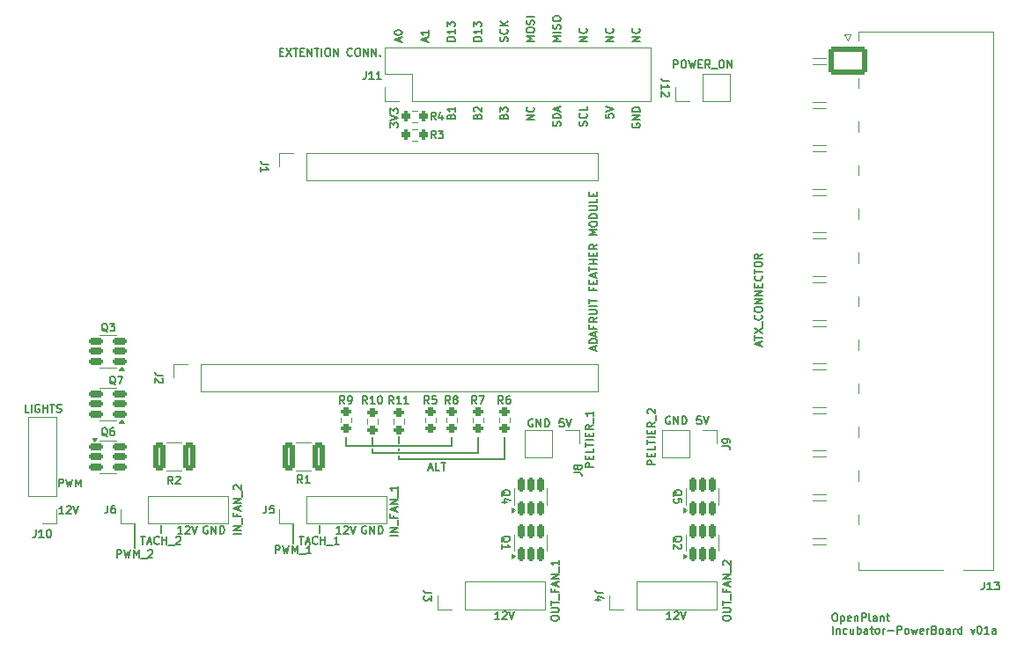
<source format=gto>
%TF.GenerationSoftware,KiCad,Pcbnew,8.0.2-1*%
%TF.CreationDate,2024-11-16T15:05:08-05:00*%
%TF.ProjectId,Incubator-PowerBoard,496e6375-6261-4746-9f72-2d506f776572,v01a*%
%TF.SameCoordinates,Original*%
%TF.FileFunction,Legend,Top*%
%TF.FilePolarity,Positive*%
%FSLAX46Y46*%
G04 Gerber Fmt 4.6, Leading zero omitted, Abs format (unit mm)*
G04 Created by KiCad (PCBNEW 8.0.2-1) date 2024-11-16 15:05:08*
%MOMM*%
%LPD*%
G01*
G04 APERTURE LIST*
G04 Aperture macros list*
%AMRoundRect*
0 Rectangle with rounded corners*
0 $1 Rounding radius*
0 $2 $3 $4 $5 $6 $7 $8 $9 X,Y pos of 4 corners*
0 Add a 4 corners polygon primitive as box body*
4,1,4,$2,$3,$4,$5,$6,$7,$8,$9,$2,$3,0*
0 Add four circle primitives for the rounded corners*
1,1,$1+$1,$2,$3*
1,1,$1+$1,$4,$5*
1,1,$1+$1,$6,$7*
1,1,$1+$1,$8,$9*
0 Add four rect primitives between the rounded corners*
20,1,$1+$1,$2,$3,$4,$5,0*
20,1,$1+$1,$4,$5,$6,$7,0*
20,1,$1+$1,$6,$7,$8,$9,0*
20,1,$1+$1,$8,$9,$2,$3,0*%
G04 Aperture macros list end*
%ADD10C,0.150000*%
%ADD11C,0.120000*%
%ADD12RoundRect,0.200000X0.275000X-0.200000X0.275000X0.200000X-0.275000X0.200000X-0.275000X-0.200000X0*%
%ADD13C,4.000000*%
%ADD14RoundRect,0.250000X-0.312500X-1.075000X0.312500X-1.075000X0.312500X1.075000X-0.312500X1.075000X0*%
%ADD15RoundRect,0.150000X-0.512500X-0.150000X0.512500X-0.150000X0.512500X0.150000X-0.512500X0.150000X0*%
%ADD16RoundRect,0.150000X0.150000X-0.512500X0.150000X0.512500X-0.150000X0.512500X-0.150000X-0.512500X0*%
%ADD17R,1.700000X1.700000*%
%ADD18O,1.700000X1.700000*%
%ADD19RoundRect,0.200000X0.200000X0.275000X-0.200000X0.275000X-0.200000X-0.275000X0.200000X-0.275000X0*%
%ADD20RoundRect,0.150000X0.512500X0.150000X-0.512500X0.150000X-0.512500X-0.150000X0.512500X-0.150000X0*%
%ADD21RoundRect,0.250001X-1.599999X1.099999X-1.599999X-1.099999X1.599999X-1.099999X1.599999X1.099999X0*%
%ADD22O,3.700000X2.700000*%
%ADD23RoundRect,0.250000X0.312500X1.075000X-0.312500X1.075000X-0.312500X-1.075000X0.312500X-1.075000X0*%
G04 APERTURE END LIST*
D10*
X146528164Y-34320970D02*
X146528164Y-33856684D01*
X146528164Y-33856684D02*
X146813878Y-34106684D01*
X146813878Y-34106684D02*
X146813878Y-33999541D01*
X146813878Y-33999541D02*
X146849592Y-33928113D01*
X146849592Y-33928113D02*
X146885307Y-33892398D01*
X146885307Y-33892398D02*
X146956735Y-33856684D01*
X146956735Y-33856684D02*
X147135307Y-33856684D01*
X147135307Y-33856684D02*
X147206735Y-33892398D01*
X147206735Y-33892398D02*
X147242450Y-33928113D01*
X147242450Y-33928113D02*
X147278164Y-33999541D01*
X147278164Y-33999541D02*
X147278164Y-34213827D01*
X147278164Y-34213827D02*
X147242450Y-34285255D01*
X147242450Y-34285255D02*
X147206735Y-34320970D01*
X146528164Y-33642398D02*
X147278164Y-33392398D01*
X147278164Y-33392398D02*
X146528164Y-33142398D01*
X146528164Y-32963827D02*
X146528164Y-32499541D01*
X146528164Y-32499541D02*
X146813878Y-32749541D01*
X146813878Y-32749541D02*
X146813878Y-32642398D01*
X146813878Y-32642398D02*
X146849592Y-32570970D01*
X146849592Y-32570970D02*
X146885307Y-32535255D01*
X146885307Y-32535255D02*
X146956735Y-32499541D01*
X146956735Y-32499541D02*
X147135307Y-32499541D01*
X147135307Y-32499541D02*
X147206735Y-32535255D01*
X147206735Y-32535255D02*
X147242450Y-32570970D01*
X147242450Y-32570970D02*
X147278164Y-32642398D01*
X147278164Y-32642398D02*
X147278164Y-32856684D01*
X147278164Y-32856684D02*
X147242450Y-32928112D01*
X147242450Y-32928112D02*
X147206735Y-32963827D01*
X160359164Y-33586826D02*
X159609164Y-33586826D01*
X159609164Y-33586826D02*
X160359164Y-33158255D01*
X160359164Y-33158255D02*
X159609164Y-33158255D01*
X160287735Y-32372541D02*
X160323450Y-32408255D01*
X160323450Y-32408255D02*
X160359164Y-32515398D01*
X160359164Y-32515398D02*
X160359164Y-32586826D01*
X160359164Y-32586826D02*
X160323450Y-32693969D01*
X160323450Y-32693969D02*
X160252021Y-32765398D01*
X160252021Y-32765398D02*
X160180592Y-32801112D01*
X160180592Y-32801112D02*
X160037735Y-32836826D01*
X160037735Y-32836826D02*
X159930592Y-32836826D01*
X159930592Y-32836826D02*
X159787735Y-32801112D01*
X159787735Y-32801112D02*
X159716307Y-32765398D01*
X159716307Y-32765398D02*
X159644878Y-32693969D01*
X159644878Y-32693969D02*
X159609164Y-32586826D01*
X159609164Y-32586826D02*
X159609164Y-32515398D01*
X159609164Y-32515398D02*
X159644878Y-32408255D01*
X159644878Y-32408255D02*
X159680592Y-32372541D01*
X170519164Y-26011744D02*
X169769164Y-26011744D01*
X169769164Y-26011744D02*
X170519164Y-25583173D01*
X170519164Y-25583173D02*
X169769164Y-25583173D01*
X170447735Y-24797459D02*
X170483450Y-24833173D01*
X170483450Y-24833173D02*
X170519164Y-24940316D01*
X170519164Y-24940316D02*
X170519164Y-25011744D01*
X170519164Y-25011744D02*
X170483450Y-25118887D01*
X170483450Y-25118887D02*
X170412021Y-25190316D01*
X170412021Y-25190316D02*
X170340592Y-25226030D01*
X170340592Y-25226030D02*
X170197735Y-25261744D01*
X170197735Y-25261744D02*
X170090592Y-25261744D01*
X170090592Y-25261744D02*
X169947735Y-25226030D01*
X169947735Y-25226030D02*
X169876307Y-25190316D01*
X169876307Y-25190316D02*
X169804878Y-25118887D01*
X169804878Y-25118887D02*
X169769164Y-25011744D01*
X169769164Y-25011744D02*
X169769164Y-24940316D01*
X169769164Y-24940316D02*
X169804878Y-24833173D01*
X169804878Y-24833173D02*
X169840592Y-24797459D01*
X167979164Y-26011744D02*
X167229164Y-26011744D01*
X167229164Y-26011744D02*
X167979164Y-25583173D01*
X167979164Y-25583173D02*
X167229164Y-25583173D01*
X167907735Y-24797459D02*
X167943450Y-24833173D01*
X167943450Y-24833173D02*
X167979164Y-24940316D01*
X167979164Y-24940316D02*
X167979164Y-25011744D01*
X167979164Y-25011744D02*
X167943450Y-25118887D01*
X167943450Y-25118887D02*
X167872021Y-25190316D01*
X167872021Y-25190316D02*
X167800592Y-25226030D01*
X167800592Y-25226030D02*
X167657735Y-25261744D01*
X167657735Y-25261744D02*
X167550592Y-25261744D01*
X167550592Y-25261744D02*
X167407735Y-25226030D01*
X167407735Y-25226030D02*
X167336307Y-25190316D01*
X167336307Y-25190316D02*
X167264878Y-25118887D01*
X167264878Y-25118887D02*
X167229164Y-25011744D01*
X167229164Y-25011744D02*
X167229164Y-24940316D01*
X167229164Y-24940316D02*
X167264878Y-24833173D01*
X167264878Y-24833173D02*
X167300592Y-24797459D01*
X165439164Y-26011744D02*
X164689164Y-26011744D01*
X164689164Y-26011744D02*
X165439164Y-25583173D01*
X165439164Y-25583173D02*
X164689164Y-25583173D01*
X165367735Y-24797459D02*
X165403450Y-24833173D01*
X165403450Y-24833173D02*
X165439164Y-24940316D01*
X165439164Y-24940316D02*
X165439164Y-25011744D01*
X165439164Y-25011744D02*
X165403450Y-25118887D01*
X165403450Y-25118887D02*
X165332021Y-25190316D01*
X165332021Y-25190316D02*
X165260592Y-25226030D01*
X165260592Y-25226030D02*
X165117735Y-25261744D01*
X165117735Y-25261744D02*
X165010592Y-25261744D01*
X165010592Y-25261744D02*
X164867735Y-25226030D01*
X164867735Y-25226030D02*
X164796307Y-25190316D01*
X164796307Y-25190316D02*
X164724878Y-25118887D01*
X164724878Y-25118887D02*
X164689164Y-25011744D01*
X164689164Y-25011744D02*
X164689164Y-24940316D01*
X164689164Y-24940316D02*
X164724878Y-24833173D01*
X164724878Y-24833173D02*
X164760592Y-24797459D01*
X162899164Y-26011744D02*
X162149164Y-26011744D01*
X162149164Y-26011744D02*
X162684878Y-25761744D01*
X162684878Y-25761744D02*
X162149164Y-25511744D01*
X162149164Y-25511744D02*
X162899164Y-25511744D01*
X162899164Y-25154601D02*
X162149164Y-25154601D01*
X162863450Y-24833172D02*
X162899164Y-24726030D01*
X162899164Y-24726030D02*
X162899164Y-24547458D01*
X162899164Y-24547458D02*
X162863450Y-24476030D01*
X162863450Y-24476030D02*
X162827735Y-24440315D01*
X162827735Y-24440315D02*
X162756307Y-24404601D01*
X162756307Y-24404601D02*
X162684878Y-24404601D01*
X162684878Y-24404601D02*
X162613450Y-24440315D01*
X162613450Y-24440315D02*
X162577735Y-24476030D01*
X162577735Y-24476030D02*
X162542021Y-24547458D01*
X162542021Y-24547458D02*
X162506307Y-24690315D01*
X162506307Y-24690315D02*
X162470592Y-24761744D01*
X162470592Y-24761744D02*
X162434878Y-24797458D01*
X162434878Y-24797458D02*
X162363450Y-24833172D01*
X162363450Y-24833172D02*
X162292021Y-24833172D01*
X162292021Y-24833172D02*
X162220592Y-24797458D01*
X162220592Y-24797458D02*
X162184878Y-24761744D01*
X162184878Y-24761744D02*
X162149164Y-24690315D01*
X162149164Y-24690315D02*
X162149164Y-24511744D01*
X162149164Y-24511744D02*
X162184878Y-24404601D01*
X162149164Y-23940315D02*
X162149164Y-23797458D01*
X162149164Y-23797458D02*
X162184878Y-23726029D01*
X162184878Y-23726029D02*
X162256307Y-23654601D01*
X162256307Y-23654601D02*
X162399164Y-23618886D01*
X162399164Y-23618886D02*
X162649164Y-23618886D01*
X162649164Y-23618886D02*
X162792021Y-23654601D01*
X162792021Y-23654601D02*
X162863450Y-23726029D01*
X162863450Y-23726029D02*
X162899164Y-23797458D01*
X162899164Y-23797458D02*
X162899164Y-23940315D01*
X162899164Y-23940315D02*
X162863450Y-24011744D01*
X162863450Y-24011744D02*
X162792021Y-24083172D01*
X162792021Y-24083172D02*
X162649164Y-24118886D01*
X162649164Y-24118886D02*
X162399164Y-24118886D01*
X162399164Y-24118886D02*
X162256307Y-24083172D01*
X162256307Y-24083172D02*
X162184878Y-24011744D01*
X162184878Y-24011744D02*
X162149164Y-23940315D01*
X160359164Y-26011744D02*
X159609164Y-26011744D01*
X159609164Y-26011744D02*
X160144878Y-25761744D01*
X160144878Y-25761744D02*
X159609164Y-25511744D01*
X159609164Y-25511744D02*
X160359164Y-25511744D01*
X159609164Y-25011744D02*
X159609164Y-24868887D01*
X159609164Y-24868887D02*
X159644878Y-24797458D01*
X159644878Y-24797458D02*
X159716307Y-24726030D01*
X159716307Y-24726030D02*
X159859164Y-24690315D01*
X159859164Y-24690315D02*
X160109164Y-24690315D01*
X160109164Y-24690315D02*
X160252021Y-24726030D01*
X160252021Y-24726030D02*
X160323450Y-24797458D01*
X160323450Y-24797458D02*
X160359164Y-24868887D01*
X160359164Y-24868887D02*
X160359164Y-25011744D01*
X160359164Y-25011744D02*
X160323450Y-25083173D01*
X160323450Y-25083173D02*
X160252021Y-25154601D01*
X160252021Y-25154601D02*
X160109164Y-25190315D01*
X160109164Y-25190315D02*
X159859164Y-25190315D01*
X159859164Y-25190315D02*
X159716307Y-25154601D01*
X159716307Y-25154601D02*
X159644878Y-25083173D01*
X159644878Y-25083173D02*
X159609164Y-25011744D01*
X160323450Y-24404601D02*
X160359164Y-24297459D01*
X160359164Y-24297459D02*
X160359164Y-24118887D01*
X160359164Y-24118887D02*
X160323450Y-24047459D01*
X160323450Y-24047459D02*
X160287735Y-24011744D01*
X160287735Y-24011744D02*
X160216307Y-23976030D01*
X160216307Y-23976030D02*
X160144878Y-23976030D01*
X160144878Y-23976030D02*
X160073450Y-24011744D01*
X160073450Y-24011744D02*
X160037735Y-24047459D01*
X160037735Y-24047459D02*
X160002021Y-24118887D01*
X160002021Y-24118887D02*
X159966307Y-24261744D01*
X159966307Y-24261744D02*
X159930592Y-24333173D01*
X159930592Y-24333173D02*
X159894878Y-24368887D01*
X159894878Y-24368887D02*
X159823450Y-24404601D01*
X159823450Y-24404601D02*
X159752021Y-24404601D01*
X159752021Y-24404601D02*
X159680592Y-24368887D01*
X159680592Y-24368887D02*
X159644878Y-24333173D01*
X159644878Y-24333173D02*
X159609164Y-24261744D01*
X159609164Y-24261744D02*
X159609164Y-24083173D01*
X159609164Y-24083173D02*
X159644878Y-23976030D01*
X160359164Y-23654601D02*
X159609164Y-23654601D01*
X157783450Y-26047458D02*
X157819164Y-25940316D01*
X157819164Y-25940316D02*
X157819164Y-25761744D01*
X157819164Y-25761744D02*
X157783450Y-25690316D01*
X157783450Y-25690316D02*
X157747735Y-25654601D01*
X157747735Y-25654601D02*
X157676307Y-25618887D01*
X157676307Y-25618887D02*
X157604878Y-25618887D01*
X157604878Y-25618887D02*
X157533450Y-25654601D01*
X157533450Y-25654601D02*
X157497735Y-25690316D01*
X157497735Y-25690316D02*
X157462021Y-25761744D01*
X157462021Y-25761744D02*
X157426307Y-25904601D01*
X157426307Y-25904601D02*
X157390592Y-25976030D01*
X157390592Y-25976030D02*
X157354878Y-26011744D01*
X157354878Y-26011744D02*
X157283450Y-26047458D01*
X157283450Y-26047458D02*
X157212021Y-26047458D01*
X157212021Y-26047458D02*
X157140592Y-26011744D01*
X157140592Y-26011744D02*
X157104878Y-25976030D01*
X157104878Y-25976030D02*
X157069164Y-25904601D01*
X157069164Y-25904601D02*
X157069164Y-25726030D01*
X157069164Y-25726030D02*
X157104878Y-25618887D01*
X157747735Y-24868887D02*
X157783450Y-24904601D01*
X157783450Y-24904601D02*
X157819164Y-25011744D01*
X157819164Y-25011744D02*
X157819164Y-25083172D01*
X157819164Y-25083172D02*
X157783450Y-25190315D01*
X157783450Y-25190315D02*
X157712021Y-25261744D01*
X157712021Y-25261744D02*
X157640592Y-25297458D01*
X157640592Y-25297458D02*
X157497735Y-25333172D01*
X157497735Y-25333172D02*
X157390592Y-25333172D01*
X157390592Y-25333172D02*
X157247735Y-25297458D01*
X157247735Y-25297458D02*
X157176307Y-25261744D01*
X157176307Y-25261744D02*
X157104878Y-25190315D01*
X157104878Y-25190315D02*
X157069164Y-25083172D01*
X157069164Y-25083172D02*
X157069164Y-25011744D01*
X157069164Y-25011744D02*
X157104878Y-24904601D01*
X157104878Y-24904601D02*
X157140592Y-24868887D01*
X157819164Y-24547458D02*
X157069164Y-24547458D01*
X157819164Y-24118887D02*
X157390592Y-24440315D01*
X157069164Y-24118887D02*
X157497735Y-24547458D01*
X155279164Y-26011744D02*
X154529164Y-26011744D01*
X154529164Y-26011744D02*
X154529164Y-25833173D01*
X154529164Y-25833173D02*
X154564878Y-25726030D01*
X154564878Y-25726030D02*
X154636307Y-25654601D01*
X154636307Y-25654601D02*
X154707735Y-25618887D01*
X154707735Y-25618887D02*
X154850592Y-25583173D01*
X154850592Y-25583173D02*
X154957735Y-25583173D01*
X154957735Y-25583173D02*
X155100592Y-25618887D01*
X155100592Y-25618887D02*
X155172021Y-25654601D01*
X155172021Y-25654601D02*
X155243450Y-25726030D01*
X155243450Y-25726030D02*
X155279164Y-25833173D01*
X155279164Y-25833173D02*
X155279164Y-26011744D01*
X155279164Y-24868887D02*
X155279164Y-25297458D01*
X155279164Y-25083173D02*
X154529164Y-25083173D01*
X154529164Y-25083173D02*
X154636307Y-25154601D01*
X154636307Y-25154601D02*
X154707735Y-25226030D01*
X154707735Y-25226030D02*
X154743450Y-25297458D01*
X154529164Y-24618887D02*
X154529164Y-24154601D01*
X154529164Y-24154601D02*
X154814878Y-24404601D01*
X154814878Y-24404601D02*
X154814878Y-24297458D01*
X154814878Y-24297458D02*
X154850592Y-24226030D01*
X154850592Y-24226030D02*
X154886307Y-24190315D01*
X154886307Y-24190315D02*
X154957735Y-24154601D01*
X154957735Y-24154601D02*
X155136307Y-24154601D01*
X155136307Y-24154601D02*
X155207735Y-24190315D01*
X155207735Y-24190315D02*
X155243450Y-24226030D01*
X155243450Y-24226030D02*
X155279164Y-24297458D01*
X155279164Y-24297458D02*
X155279164Y-24511744D01*
X155279164Y-24511744D02*
X155243450Y-24583172D01*
X155243450Y-24583172D02*
X155207735Y-24618887D01*
X152739164Y-26011744D02*
X151989164Y-26011744D01*
X151989164Y-26011744D02*
X151989164Y-25833173D01*
X151989164Y-25833173D02*
X152024878Y-25726030D01*
X152024878Y-25726030D02*
X152096307Y-25654601D01*
X152096307Y-25654601D02*
X152167735Y-25618887D01*
X152167735Y-25618887D02*
X152310592Y-25583173D01*
X152310592Y-25583173D02*
X152417735Y-25583173D01*
X152417735Y-25583173D02*
X152560592Y-25618887D01*
X152560592Y-25618887D02*
X152632021Y-25654601D01*
X152632021Y-25654601D02*
X152703450Y-25726030D01*
X152703450Y-25726030D02*
X152739164Y-25833173D01*
X152739164Y-25833173D02*
X152739164Y-26011744D01*
X152739164Y-24868887D02*
X152739164Y-25297458D01*
X152739164Y-25083173D02*
X151989164Y-25083173D01*
X151989164Y-25083173D02*
X152096307Y-25154601D01*
X152096307Y-25154601D02*
X152167735Y-25226030D01*
X152167735Y-25226030D02*
X152203450Y-25297458D01*
X151989164Y-24618887D02*
X151989164Y-24154601D01*
X151989164Y-24154601D02*
X152274878Y-24404601D01*
X152274878Y-24404601D02*
X152274878Y-24297458D01*
X152274878Y-24297458D02*
X152310592Y-24226030D01*
X152310592Y-24226030D02*
X152346307Y-24190315D01*
X152346307Y-24190315D02*
X152417735Y-24154601D01*
X152417735Y-24154601D02*
X152596307Y-24154601D01*
X152596307Y-24154601D02*
X152667735Y-24190315D01*
X152667735Y-24190315D02*
X152703450Y-24226030D01*
X152703450Y-24226030D02*
X152739164Y-24297458D01*
X152739164Y-24297458D02*
X152739164Y-24511744D01*
X152739164Y-24511744D02*
X152703450Y-24583172D01*
X152703450Y-24583172D02*
X152667735Y-24618887D01*
X149984878Y-26047458D02*
X149984878Y-25690316D01*
X150199164Y-26118887D02*
X149449164Y-25868887D01*
X149449164Y-25868887D02*
X150199164Y-25618887D01*
X150199164Y-24976030D02*
X150199164Y-25404601D01*
X150199164Y-25190316D02*
X149449164Y-25190316D01*
X149449164Y-25190316D02*
X149556307Y-25261744D01*
X149556307Y-25261744D02*
X149627735Y-25333173D01*
X149627735Y-25333173D02*
X149663450Y-25404601D01*
X147444878Y-26047458D02*
X147444878Y-25690316D01*
X147659164Y-26118887D02*
X146909164Y-25868887D01*
X146909164Y-25868887D02*
X147659164Y-25618887D01*
X146909164Y-25226030D02*
X146909164Y-25154601D01*
X146909164Y-25154601D02*
X146944878Y-25083173D01*
X146944878Y-25083173D02*
X146980592Y-25047459D01*
X146980592Y-25047459D02*
X147052021Y-25011744D01*
X147052021Y-25011744D02*
X147194878Y-24976030D01*
X147194878Y-24976030D02*
X147373450Y-24976030D01*
X147373450Y-24976030D02*
X147516307Y-25011744D01*
X147516307Y-25011744D02*
X147587735Y-25047459D01*
X147587735Y-25047459D02*
X147623450Y-25083173D01*
X147623450Y-25083173D02*
X147659164Y-25154601D01*
X147659164Y-25154601D02*
X147659164Y-25226030D01*
X147659164Y-25226030D02*
X147623450Y-25297459D01*
X147623450Y-25297459D02*
X147587735Y-25333173D01*
X147587735Y-25333173D02*
X147516307Y-25368887D01*
X147516307Y-25368887D02*
X147373450Y-25404601D01*
X147373450Y-25404601D02*
X147194878Y-25404601D01*
X147194878Y-25404601D02*
X147052021Y-25368887D01*
X147052021Y-25368887D02*
X146980592Y-25333173D01*
X146980592Y-25333173D02*
X146944878Y-25297459D01*
X146944878Y-25297459D02*
X146909164Y-25226030D01*
X157426307Y-33265398D02*
X157462021Y-33158255D01*
X157462021Y-33158255D02*
X157497735Y-33122541D01*
X157497735Y-33122541D02*
X157569164Y-33086827D01*
X157569164Y-33086827D02*
X157676307Y-33086827D01*
X157676307Y-33086827D02*
X157747735Y-33122541D01*
X157747735Y-33122541D02*
X157783450Y-33158255D01*
X157783450Y-33158255D02*
X157819164Y-33229684D01*
X157819164Y-33229684D02*
X157819164Y-33515398D01*
X157819164Y-33515398D02*
X157069164Y-33515398D01*
X157069164Y-33515398D02*
X157069164Y-33265398D01*
X157069164Y-33265398D02*
X157104878Y-33193970D01*
X157104878Y-33193970D02*
X157140592Y-33158255D01*
X157140592Y-33158255D02*
X157212021Y-33122541D01*
X157212021Y-33122541D02*
X157283450Y-33122541D01*
X157283450Y-33122541D02*
X157354878Y-33158255D01*
X157354878Y-33158255D02*
X157390592Y-33193970D01*
X157390592Y-33193970D02*
X157426307Y-33265398D01*
X157426307Y-33265398D02*
X157426307Y-33515398D01*
X157069164Y-32836827D02*
X157069164Y-32372541D01*
X157069164Y-32372541D02*
X157354878Y-32622541D01*
X157354878Y-32622541D02*
X157354878Y-32515398D01*
X157354878Y-32515398D02*
X157390592Y-32443970D01*
X157390592Y-32443970D02*
X157426307Y-32408255D01*
X157426307Y-32408255D02*
X157497735Y-32372541D01*
X157497735Y-32372541D02*
X157676307Y-32372541D01*
X157676307Y-32372541D02*
X157747735Y-32408255D01*
X157747735Y-32408255D02*
X157783450Y-32443970D01*
X157783450Y-32443970D02*
X157819164Y-32515398D01*
X157819164Y-32515398D02*
X157819164Y-32729684D01*
X157819164Y-32729684D02*
X157783450Y-32801112D01*
X157783450Y-32801112D02*
X157747735Y-32836827D01*
X154886307Y-33265398D02*
X154922021Y-33158255D01*
X154922021Y-33158255D02*
X154957735Y-33122541D01*
X154957735Y-33122541D02*
X155029164Y-33086827D01*
X155029164Y-33086827D02*
X155136307Y-33086827D01*
X155136307Y-33086827D02*
X155207735Y-33122541D01*
X155207735Y-33122541D02*
X155243450Y-33158255D01*
X155243450Y-33158255D02*
X155279164Y-33229684D01*
X155279164Y-33229684D02*
X155279164Y-33515398D01*
X155279164Y-33515398D02*
X154529164Y-33515398D01*
X154529164Y-33515398D02*
X154529164Y-33265398D01*
X154529164Y-33265398D02*
X154564878Y-33193970D01*
X154564878Y-33193970D02*
X154600592Y-33158255D01*
X154600592Y-33158255D02*
X154672021Y-33122541D01*
X154672021Y-33122541D02*
X154743450Y-33122541D01*
X154743450Y-33122541D02*
X154814878Y-33158255D01*
X154814878Y-33158255D02*
X154850592Y-33193970D01*
X154850592Y-33193970D02*
X154886307Y-33265398D01*
X154886307Y-33265398D02*
X154886307Y-33515398D01*
X154600592Y-32801112D02*
X154564878Y-32765398D01*
X154564878Y-32765398D02*
X154529164Y-32693970D01*
X154529164Y-32693970D02*
X154529164Y-32515398D01*
X154529164Y-32515398D02*
X154564878Y-32443970D01*
X154564878Y-32443970D02*
X154600592Y-32408255D01*
X154600592Y-32408255D02*
X154672021Y-32372541D01*
X154672021Y-32372541D02*
X154743450Y-32372541D01*
X154743450Y-32372541D02*
X154850592Y-32408255D01*
X154850592Y-32408255D02*
X155279164Y-32836827D01*
X155279164Y-32836827D02*
X155279164Y-32372541D01*
X152346307Y-33265398D02*
X152382021Y-33158255D01*
X152382021Y-33158255D02*
X152417735Y-33122541D01*
X152417735Y-33122541D02*
X152489164Y-33086827D01*
X152489164Y-33086827D02*
X152596307Y-33086827D01*
X152596307Y-33086827D02*
X152667735Y-33122541D01*
X152667735Y-33122541D02*
X152703450Y-33158255D01*
X152703450Y-33158255D02*
X152739164Y-33229684D01*
X152739164Y-33229684D02*
X152739164Y-33515398D01*
X152739164Y-33515398D02*
X151989164Y-33515398D01*
X151989164Y-33515398D02*
X151989164Y-33265398D01*
X151989164Y-33265398D02*
X152024878Y-33193970D01*
X152024878Y-33193970D02*
X152060592Y-33158255D01*
X152060592Y-33158255D02*
X152132021Y-33122541D01*
X152132021Y-33122541D02*
X152203450Y-33122541D01*
X152203450Y-33122541D02*
X152274878Y-33158255D01*
X152274878Y-33158255D02*
X152310592Y-33193970D01*
X152310592Y-33193970D02*
X152346307Y-33265398D01*
X152346307Y-33265398D02*
X152346307Y-33515398D01*
X152739164Y-32372541D02*
X152739164Y-32801112D01*
X152739164Y-32586827D02*
X151989164Y-32586827D01*
X151989164Y-32586827D02*
X152096307Y-32658255D01*
X152096307Y-32658255D02*
X152167735Y-32729684D01*
X152167735Y-32729684D02*
X152203450Y-32801112D01*
X169804878Y-33943969D02*
X169769164Y-34015398D01*
X169769164Y-34015398D02*
X169769164Y-34122540D01*
X169769164Y-34122540D02*
X169804878Y-34229683D01*
X169804878Y-34229683D02*
X169876307Y-34301112D01*
X169876307Y-34301112D02*
X169947735Y-34336826D01*
X169947735Y-34336826D02*
X170090592Y-34372540D01*
X170090592Y-34372540D02*
X170197735Y-34372540D01*
X170197735Y-34372540D02*
X170340592Y-34336826D01*
X170340592Y-34336826D02*
X170412021Y-34301112D01*
X170412021Y-34301112D02*
X170483450Y-34229683D01*
X170483450Y-34229683D02*
X170519164Y-34122540D01*
X170519164Y-34122540D02*
X170519164Y-34051112D01*
X170519164Y-34051112D02*
X170483450Y-33943969D01*
X170483450Y-33943969D02*
X170447735Y-33908255D01*
X170447735Y-33908255D02*
X170197735Y-33908255D01*
X170197735Y-33908255D02*
X170197735Y-34051112D01*
X170519164Y-33586826D02*
X169769164Y-33586826D01*
X169769164Y-33586826D02*
X170519164Y-33158255D01*
X170519164Y-33158255D02*
X169769164Y-33158255D01*
X170519164Y-32801112D02*
X169769164Y-32801112D01*
X169769164Y-32801112D02*
X169769164Y-32622541D01*
X169769164Y-32622541D02*
X169804878Y-32515398D01*
X169804878Y-32515398D02*
X169876307Y-32443969D01*
X169876307Y-32443969D02*
X169947735Y-32408255D01*
X169947735Y-32408255D02*
X170090592Y-32372541D01*
X170090592Y-32372541D02*
X170197735Y-32372541D01*
X170197735Y-32372541D02*
X170340592Y-32408255D01*
X170340592Y-32408255D02*
X170412021Y-32443969D01*
X170412021Y-32443969D02*
X170483450Y-32515398D01*
X170483450Y-32515398D02*
X170519164Y-32622541D01*
X170519164Y-32622541D02*
X170519164Y-32801112D01*
X167229164Y-33051112D02*
X167229164Y-33408255D01*
X167229164Y-33408255D02*
X167586307Y-33443969D01*
X167586307Y-33443969D02*
X167550592Y-33408255D01*
X167550592Y-33408255D02*
X167514878Y-33336827D01*
X167514878Y-33336827D02*
X167514878Y-33158255D01*
X167514878Y-33158255D02*
X167550592Y-33086827D01*
X167550592Y-33086827D02*
X167586307Y-33051112D01*
X167586307Y-33051112D02*
X167657735Y-33015398D01*
X167657735Y-33015398D02*
X167836307Y-33015398D01*
X167836307Y-33015398D02*
X167907735Y-33051112D01*
X167907735Y-33051112D02*
X167943450Y-33086827D01*
X167943450Y-33086827D02*
X167979164Y-33158255D01*
X167979164Y-33158255D02*
X167979164Y-33336827D01*
X167979164Y-33336827D02*
X167943450Y-33408255D01*
X167943450Y-33408255D02*
X167907735Y-33443969D01*
X167229164Y-32801112D02*
X167979164Y-32551112D01*
X167979164Y-32551112D02*
X167229164Y-32301112D01*
X165403450Y-34158255D02*
X165439164Y-34051113D01*
X165439164Y-34051113D02*
X165439164Y-33872541D01*
X165439164Y-33872541D02*
X165403450Y-33801113D01*
X165403450Y-33801113D02*
X165367735Y-33765398D01*
X165367735Y-33765398D02*
X165296307Y-33729684D01*
X165296307Y-33729684D02*
X165224878Y-33729684D01*
X165224878Y-33729684D02*
X165153450Y-33765398D01*
X165153450Y-33765398D02*
X165117735Y-33801113D01*
X165117735Y-33801113D02*
X165082021Y-33872541D01*
X165082021Y-33872541D02*
X165046307Y-34015398D01*
X165046307Y-34015398D02*
X165010592Y-34086827D01*
X165010592Y-34086827D02*
X164974878Y-34122541D01*
X164974878Y-34122541D02*
X164903450Y-34158255D01*
X164903450Y-34158255D02*
X164832021Y-34158255D01*
X164832021Y-34158255D02*
X164760592Y-34122541D01*
X164760592Y-34122541D02*
X164724878Y-34086827D01*
X164724878Y-34086827D02*
X164689164Y-34015398D01*
X164689164Y-34015398D02*
X164689164Y-33836827D01*
X164689164Y-33836827D02*
X164724878Y-33729684D01*
X165367735Y-32979684D02*
X165403450Y-33015398D01*
X165403450Y-33015398D02*
X165439164Y-33122541D01*
X165439164Y-33122541D02*
X165439164Y-33193969D01*
X165439164Y-33193969D02*
X165403450Y-33301112D01*
X165403450Y-33301112D02*
X165332021Y-33372541D01*
X165332021Y-33372541D02*
X165260592Y-33408255D01*
X165260592Y-33408255D02*
X165117735Y-33443969D01*
X165117735Y-33443969D02*
X165010592Y-33443969D01*
X165010592Y-33443969D02*
X164867735Y-33408255D01*
X164867735Y-33408255D02*
X164796307Y-33372541D01*
X164796307Y-33372541D02*
X164724878Y-33301112D01*
X164724878Y-33301112D02*
X164689164Y-33193969D01*
X164689164Y-33193969D02*
X164689164Y-33122541D01*
X164689164Y-33122541D02*
X164724878Y-33015398D01*
X164724878Y-33015398D02*
X164760592Y-32979684D01*
X165439164Y-32301112D02*
X165439164Y-32658255D01*
X165439164Y-32658255D02*
X164689164Y-32658255D01*
X162863450Y-34193969D02*
X162899164Y-34086827D01*
X162899164Y-34086827D02*
X162899164Y-33908255D01*
X162899164Y-33908255D02*
X162863450Y-33836827D01*
X162863450Y-33836827D02*
X162827735Y-33801112D01*
X162827735Y-33801112D02*
X162756307Y-33765398D01*
X162756307Y-33765398D02*
X162684878Y-33765398D01*
X162684878Y-33765398D02*
X162613450Y-33801112D01*
X162613450Y-33801112D02*
X162577735Y-33836827D01*
X162577735Y-33836827D02*
X162542021Y-33908255D01*
X162542021Y-33908255D02*
X162506307Y-34051112D01*
X162506307Y-34051112D02*
X162470592Y-34122541D01*
X162470592Y-34122541D02*
X162434878Y-34158255D01*
X162434878Y-34158255D02*
X162363450Y-34193969D01*
X162363450Y-34193969D02*
X162292021Y-34193969D01*
X162292021Y-34193969D02*
X162220592Y-34158255D01*
X162220592Y-34158255D02*
X162184878Y-34122541D01*
X162184878Y-34122541D02*
X162149164Y-34051112D01*
X162149164Y-34051112D02*
X162149164Y-33872541D01*
X162149164Y-33872541D02*
X162184878Y-33765398D01*
X162899164Y-33443969D02*
X162149164Y-33443969D01*
X162149164Y-33443969D02*
X162149164Y-33265398D01*
X162149164Y-33265398D02*
X162184878Y-33158255D01*
X162184878Y-33158255D02*
X162256307Y-33086826D01*
X162256307Y-33086826D02*
X162327735Y-33051112D01*
X162327735Y-33051112D02*
X162470592Y-33015398D01*
X162470592Y-33015398D02*
X162577735Y-33015398D01*
X162577735Y-33015398D02*
X162720592Y-33051112D01*
X162720592Y-33051112D02*
X162792021Y-33086826D01*
X162792021Y-33086826D02*
X162863450Y-33158255D01*
X162863450Y-33158255D02*
X162899164Y-33265398D01*
X162899164Y-33265398D02*
X162899164Y-33443969D01*
X162684878Y-32729683D02*
X162684878Y-32372541D01*
X162899164Y-32801112D02*
X162149164Y-32551112D01*
X162149164Y-32551112D02*
X162899164Y-32301112D01*
X147320000Y-65405000D02*
X147320000Y-65278000D01*
X147320000Y-64770000D02*
X147320000Y-64071500D01*
X157480000Y-66294000D02*
X147320000Y-66294000D01*
X147320000Y-66294000D02*
X147320000Y-65913000D01*
X157480000Y-64135000D02*
X157480000Y-66294000D01*
X144780000Y-64833500D02*
X144780000Y-64135000D01*
X154940000Y-65659000D02*
X144780000Y-65659000D01*
X154940000Y-64135000D02*
X154940000Y-65659000D01*
X144780000Y-65659000D02*
X144780000Y-65278000D01*
X142240000Y-65024000D02*
X142240000Y-64135000D01*
X152400000Y-65024000D02*
X142240000Y-65024000D01*
X152400000Y-64135000D02*
X152400000Y-65024000D01*
X150235143Y-67123128D02*
X150592286Y-67123128D01*
X150163714Y-67337414D02*
X150413714Y-66587414D01*
X150413714Y-66587414D02*
X150663714Y-67337414D01*
X151270857Y-67337414D02*
X150913714Y-67337414D01*
X150913714Y-67337414D02*
X150913714Y-66587414D01*
X151413714Y-66587414D02*
X151842286Y-66587414D01*
X151628000Y-67337414D02*
X151628000Y-66587414D01*
X139700000Y-73406000D02*
X139700000Y-72644000D01*
X124460000Y-73406000D02*
X124460000Y-72644000D01*
X121920000Y-74803000D02*
X121920000Y-72450000D01*
X137160000Y-74422000D02*
X137160000Y-72450000D01*
X176387143Y-62142414D02*
X176030000Y-62142414D01*
X176030000Y-62142414D02*
X175994286Y-62499557D01*
X175994286Y-62499557D02*
X176030000Y-62463842D01*
X176030000Y-62463842D02*
X176101429Y-62428128D01*
X176101429Y-62428128D02*
X176280000Y-62428128D01*
X176280000Y-62428128D02*
X176351429Y-62463842D01*
X176351429Y-62463842D02*
X176387143Y-62499557D01*
X176387143Y-62499557D02*
X176422857Y-62570985D01*
X176422857Y-62570985D02*
X176422857Y-62749557D01*
X176422857Y-62749557D02*
X176387143Y-62820985D01*
X176387143Y-62820985D02*
X176351429Y-62856700D01*
X176351429Y-62856700D02*
X176280000Y-62892414D01*
X176280000Y-62892414D02*
X176101429Y-62892414D01*
X176101429Y-62892414D02*
X176030000Y-62856700D01*
X176030000Y-62856700D02*
X175994286Y-62820985D01*
X176637143Y-62142414D02*
X176887143Y-62892414D01*
X176887143Y-62892414D02*
X177137143Y-62142414D01*
X114643428Y-68919164D02*
X114643428Y-68169164D01*
X114643428Y-68169164D02*
X114929142Y-68169164D01*
X114929142Y-68169164D02*
X115000571Y-68204878D01*
X115000571Y-68204878D02*
X115036285Y-68240592D01*
X115036285Y-68240592D02*
X115071999Y-68312021D01*
X115071999Y-68312021D02*
X115071999Y-68419164D01*
X115071999Y-68419164D02*
X115036285Y-68490592D01*
X115036285Y-68490592D02*
X115000571Y-68526307D01*
X115000571Y-68526307D02*
X114929142Y-68562021D01*
X114929142Y-68562021D02*
X114643428Y-68562021D01*
X115321999Y-68169164D02*
X115500571Y-68919164D01*
X115500571Y-68919164D02*
X115643428Y-68383450D01*
X115643428Y-68383450D02*
X115786285Y-68919164D01*
X115786285Y-68919164D02*
X115964857Y-68169164D01*
X116250571Y-68919164D02*
X116250571Y-68169164D01*
X116250571Y-68169164D02*
X116500571Y-68704878D01*
X116500571Y-68704878D02*
X116750571Y-68169164D01*
X116750571Y-68169164D02*
X116750571Y-68919164D01*
X173759255Y-28602414D02*
X173759255Y-27852414D01*
X173759255Y-27852414D02*
X174044969Y-27852414D01*
X174044969Y-27852414D02*
X174116398Y-27888128D01*
X174116398Y-27888128D02*
X174152112Y-27923842D01*
X174152112Y-27923842D02*
X174187826Y-27995271D01*
X174187826Y-27995271D02*
X174187826Y-28102414D01*
X174187826Y-28102414D02*
X174152112Y-28173842D01*
X174152112Y-28173842D02*
X174116398Y-28209557D01*
X174116398Y-28209557D02*
X174044969Y-28245271D01*
X174044969Y-28245271D02*
X173759255Y-28245271D01*
X174652112Y-27852414D02*
X174794969Y-27852414D01*
X174794969Y-27852414D02*
X174866398Y-27888128D01*
X174866398Y-27888128D02*
X174937826Y-27959557D01*
X174937826Y-27959557D02*
X174973541Y-28102414D01*
X174973541Y-28102414D02*
X174973541Y-28352414D01*
X174973541Y-28352414D02*
X174937826Y-28495271D01*
X174937826Y-28495271D02*
X174866398Y-28566700D01*
X174866398Y-28566700D02*
X174794969Y-28602414D01*
X174794969Y-28602414D02*
X174652112Y-28602414D01*
X174652112Y-28602414D02*
X174580684Y-28566700D01*
X174580684Y-28566700D02*
X174509255Y-28495271D01*
X174509255Y-28495271D02*
X174473541Y-28352414D01*
X174473541Y-28352414D02*
X174473541Y-28102414D01*
X174473541Y-28102414D02*
X174509255Y-27959557D01*
X174509255Y-27959557D02*
X174580684Y-27888128D01*
X174580684Y-27888128D02*
X174652112Y-27852414D01*
X175223540Y-27852414D02*
X175402112Y-28602414D01*
X175402112Y-28602414D02*
X175544969Y-28066700D01*
X175544969Y-28066700D02*
X175687826Y-28602414D01*
X175687826Y-28602414D02*
X175866398Y-27852414D01*
X176152112Y-28209557D02*
X176402112Y-28209557D01*
X176509255Y-28602414D02*
X176152112Y-28602414D01*
X176152112Y-28602414D02*
X176152112Y-27852414D01*
X176152112Y-27852414D02*
X176509255Y-27852414D01*
X177259254Y-28602414D02*
X177009254Y-28245271D01*
X176830683Y-28602414D02*
X176830683Y-27852414D01*
X176830683Y-27852414D02*
X177116397Y-27852414D01*
X177116397Y-27852414D02*
X177187826Y-27888128D01*
X177187826Y-27888128D02*
X177223540Y-27923842D01*
X177223540Y-27923842D02*
X177259254Y-27995271D01*
X177259254Y-27995271D02*
X177259254Y-28102414D01*
X177259254Y-28102414D02*
X177223540Y-28173842D01*
X177223540Y-28173842D02*
X177187826Y-28209557D01*
X177187826Y-28209557D02*
X177116397Y-28245271D01*
X177116397Y-28245271D02*
X176830683Y-28245271D01*
X177402112Y-28673842D02*
X177973540Y-28673842D01*
X178294969Y-27852414D02*
X178437826Y-27852414D01*
X178437826Y-27852414D02*
X178509255Y-27888128D01*
X178509255Y-27888128D02*
X178580683Y-27959557D01*
X178580683Y-27959557D02*
X178616398Y-28102414D01*
X178616398Y-28102414D02*
X178616398Y-28352414D01*
X178616398Y-28352414D02*
X178580683Y-28495271D01*
X178580683Y-28495271D02*
X178509255Y-28566700D01*
X178509255Y-28566700D02*
X178437826Y-28602414D01*
X178437826Y-28602414D02*
X178294969Y-28602414D01*
X178294969Y-28602414D02*
X178223541Y-28566700D01*
X178223541Y-28566700D02*
X178152112Y-28495271D01*
X178152112Y-28495271D02*
X178116398Y-28352414D01*
X178116398Y-28352414D02*
X178116398Y-28102414D01*
X178116398Y-28102414D02*
X178152112Y-27959557D01*
X178152112Y-27959557D02*
X178223541Y-27888128D01*
X178223541Y-27888128D02*
X178294969Y-27852414D01*
X178937826Y-28602414D02*
X178937826Y-27852414D01*
X178937826Y-27852414D02*
X179366397Y-28602414D01*
X179366397Y-28602414D02*
X179366397Y-27852414D01*
X182058128Y-55355570D02*
X182058128Y-54998428D01*
X182272414Y-55426999D02*
X181522414Y-55176999D01*
X181522414Y-55176999D02*
X182272414Y-54926999D01*
X181522414Y-54784142D02*
X181522414Y-54355571D01*
X182272414Y-54569856D02*
X181522414Y-54569856D01*
X181522414Y-54176999D02*
X182272414Y-53676999D01*
X181522414Y-53676999D02*
X182272414Y-54176999D01*
X182343842Y-53569856D02*
X182343842Y-52998427D01*
X182200985Y-52391284D02*
X182236700Y-52426998D01*
X182236700Y-52426998D02*
X182272414Y-52534141D01*
X182272414Y-52534141D02*
X182272414Y-52605569D01*
X182272414Y-52605569D02*
X182236700Y-52712712D01*
X182236700Y-52712712D02*
X182165271Y-52784141D01*
X182165271Y-52784141D02*
X182093842Y-52819855D01*
X182093842Y-52819855D02*
X181950985Y-52855569D01*
X181950985Y-52855569D02*
X181843842Y-52855569D01*
X181843842Y-52855569D02*
X181700985Y-52819855D01*
X181700985Y-52819855D02*
X181629557Y-52784141D01*
X181629557Y-52784141D02*
X181558128Y-52712712D01*
X181558128Y-52712712D02*
X181522414Y-52605569D01*
X181522414Y-52605569D02*
X181522414Y-52534141D01*
X181522414Y-52534141D02*
X181558128Y-52426998D01*
X181558128Y-52426998D02*
X181593842Y-52391284D01*
X181522414Y-51926998D02*
X181522414Y-51784141D01*
X181522414Y-51784141D02*
X181558128Y-51712712D01*
X181558128Y-51712712D02*
X181629557Y-51641284D01*
X181629557Y-51641284D02*
X181772414Y-51605569D01*
X181772414Y-51605569D02*
X182022414Y-51605569D01*
X182022414Y-51605569D02*
X182165271Y-51641284D01*
X182165271Y-51641284D02*
X182236700Y-51712712D01*
X182236700Y-51712712D02*
X182272414Y-51784141D01*
X182272414Y-51784141D02*
X182272414Y-51926998D01*
X182272414Y-51926998D02*
X182236700Y-51998427D01*
X182236700Y-51998427D02*
X182165271Y-52069855D01*
X182165271Y-52069855D02*
X182022414Y-52105569D01*
X182022414Y-52105569D02*
X181772414Y-52105569D01*
X181772414Y-52105569D02*
X181629557Y-52069855D01*
X181629557Y-52069855D02*
X181558128Y-51998427D01*
X181558128Y-51998427D02*
X181522414Y-51926998D01*
X182272414Y-51284141D02*
X181522414Y-51284141D01*
X181522414Y-51284141D02*
X182272414Y-50855570D01*
X182272414Y-50855570D02*
X181522414Y-50855570D01*
X182272414Y-50498427D02*
X181522414Y-50498427D01*
X181522414Y-50498427D02*
X182272414Y-50069856D01*
X182272414Y-50069856D02*
X181522414Y-50069856D01*
X181879557Y-49712713D02*
X181879557Y-49462713D01*
X182272414Y-49355570D02*
X182272414Y-49712713D01*
X182272414Y-49712713D02*
X181522414Y-49712713D01*
X181522414Y-49712713D02*
X181522414Y-49355570D01*
X182200985Y-48605571D02*
X182236700Y-48641285D01*
X182236700Y-48641285D02*
X182272414Y-48748428D01*
X182272414Y-48748428D02*
X182272414Y-48819856D01*
X182272414Y-48819856D02*
X182236700Y-48926999D01*
X182236700Y-48926999D02*
X182165271Y-48998428D01*
X182165271Y-48998428D02*
X182093842Y-49034142D01*
X182093842Y-49034142D02*
X181950985Y-49069856D01*
X181950985Y-49069856D02*
X181843842Y-49069856D01*
X181843842Y-49069856D02*
X181700985Y-49034142D01*
X181700985Y-49034142D02*
X181629557Y-48998428D01*
X181629557Y-48998428D02*
X181558128Y-48926999D01*
X181558128Y-48926999D02*
X181522414Y-48819856D01*
X181522414Y-48819856D02*
X181522414Y-48748428D01*
X181522414Y-48748428D02*
X181558128Y-48641285D01*
X181558128Y-48641285D02*
X181593842Y-48605571D01*
X181522414Y-48391285D02*
X181522414Y-47962714D01*
X182272414Y-48176999D02*
X181522414Y-48176999D01*
X181522414Y-47569856D02*
X181522414Y-47426999D01*
X181522414Y-47426999D02*
X181558128Y-47355570D01*
X181558128Y-47355570D02*
X181629557Y-47284142D01*
X181629557Y-47284142D02*
X181772414Y-47248427D01*
X181772414Y-47248427D02*
X182022414Y-47248427D01*
X182022414Y-47248427D02*
X182165271Y-47284142D01*
X182165271Y-47284142D02*
X182236700Y-47355570D01*
X182236700Y-47355570D02*
X182272414Y-47426999D01*
X182272414Y-47426999D02*
X182272414Y-47569856D01*
X182272414Y-47569856D02*
X182236700Y-47641285D01*
X182236700Y-47641285D02*
X182165271Y-47712713D01*
X182165271Y-47712713D02*
X182022414Y-47748427D01*
X182022414Y-47748427D02*
X181772414Y-47748427D01*
X181772414Y-47748427D02*
X181629557Y-47712713D01*
X181629557Y-47712713D02*
X181558128Y-47641285D01*
X181558128Y-47641285D02*
X181522414Y-47569856D01*
X182272414Y-46498428D02*
X181915271Y-46748428D01*
X182272414Y-46926999D02*
X181522414Y-46926999D01*
X181522414Y-46926999D02*
X181522414Y-46641285D01*
X181522414Y-46641285D02*
X181558128Y-46569856D01*
X181558128Y-46569856D02*
X181593842Y-46534142D01*
X181593842Y-46534142D02*
X181665271Y-46498428D01*
X181665271Y-46498428D02*
X181772414Y-46498428D01*
X181772414Y-46498428D02*
X181843842Y-46534142D01*
X181843842Y-46534142D02*
X181879557Y-46569856D01*
X181879557Y-46569856D02*
X181915271Y-46641285D01*
X181915271Y-46641285D02*
X181915271Y-46926999D01*
X120223571Y-75719414D02*
X120223571Y-74969414D01*
X120223571Y-74969414D02*
X120509285Y-74969414D01*
X120509285Y-74969414D02*
X120580714Y-75005128D01*
X120580714Y-75005128D02*
X120616428Y-75040842D01*
X120616428Y-75040842D02*
X120652142Y-75112271D01*
X120652142Y-75112271D02*
X120652142Y-75219414D01*
X120652142Y-75219414D02*
X120616428Y-75290842D01*
X120616428Y-75290842D02*
X120580714Y-75326557D01*
X120580714Y-75326557D02*
X120509285Y-75362271D01*
X120509285Y-75362271D02*
X120223571Y-75362271D01*
X120902142Y-74969414D02*
X121080714Y-75719414D01*
X121080714Y-75719414D02*
X121223571Y-75183700D01*
X121223571Y-75183700D02*
X121366428Y-75719414D01*
X121366428Y-75719414D02*
X121545000Y-74969414D01*
X121830714Y-75719414D02*
X121830714Y-74969414D01*
X121830714Y-74969414D02*
X122080714Y-75505128D01*
X122080714Y-75505128D02*
X122330714Y-74969414D01*
X122330714Y-74969414D02*
X122330714Y-75719414D01*
X122509286Y-75790842D02*
X123080714Y-75790842D01*
X123223572Y-75040842D02*
X123259286Y-75005128D01*
X123259286Y-75005128D02*
X123330715Y-74969414D01*
X123330715Y-74969414D02*
X123509286Y-74969414D01*
X123509286Y-74969414D02*
X123580715Y-75005128D01*
X123580715Y-75005128D02*
X123616429Y-75040842D01*
X123616429Y-75040842D02*
X123652143Y-75112271D01*
X123652143Y-75112271D02*
X123652143Y-75183700D01*
X123652143Y-75183700D02*
X123616429Y-75290842D01*
X123616429Y-75290842D02*
X123187857Y-75719414D01*
X123187857Y-75719414D02*
X123652143Y-75719414D01*
X173525714Y-81688414D02*
X173097143Y-81688414D01*
X173311428Y-81688414D02*
X173311428Y-80938414D01*
X173311428Y-80938414D02*
X173240000Y-81045557D01*
X173240000Y-81045557D02*
X173168571Y-81116985D01*
X173168571Y-81116985D02*
X173097143Y-81152700D01*
X173811429Y-81009842D02*
X173847143Y-80974128D01*
X173847143Y-80974128D02*
X173918572Y-80938414D01*
X173918572Y-80938414D02*
X174097143Y-80938414D01*
X174097143Y-80938414D02*
X174168572Y-80974128D01*
X174168572Y-80974128D02*
X174204286Y-81009842D01*
X174204286Y-81009842D02*
X174240000Y-81081271D01*
X174240000Y-81081271D02*
X174240000Y-81152700D01*
X174240000Y-81152700D02*
X174204286Y-81259842D01*
X174204286Y-81259842D02*
X173775714Y-81688414D01*
X173775714Y-81688414D02*
X174240000Y-81688414D01*
X174454286Y-80938414D02*
X174704286Y-81688414D01*
X174704286Y-81688414D02*
X174954286Y-80938414D01*
X163179143Y-62396414D02*
X162822000Y-62396414D01*
X162822000Y-62396414D02*
X162786286Y-62753557D01*
X162786286Y-62753557D02*
X162822000Y-62717842D01*
X162822000Y-62717842D02*
X162893429Y-62682128D01*
X162893429Y-62682128D02*
X163072000Y-62682128D01*
X163072000Y-62682128D02*
X163143429Y-62717842D01*
X163143429Y-62717842D02*
X163179143Y-62753557D01*
X163179143Y-62753557D02*
X163214857Y-62824985D01*
X163214857Y-62824985D02*
X163214857Y-63003557D01*
X163214857Y-63003557D02*
X163179143Y-63074985D01*
X163179143Y-63074985D02*
X163143429Y-63110700D01*
X163143429Y-63110700D02*
X163072000Y-63146414D01*
X163072000Y-63146414D02*
X162893429Y-63146414D01*
X162893429Y-63146414D02*
X162822000Y-63110700D01*
X162822000Y-63110700D02*
X162786286Y-63074985D01*
X163429143Y-62396414D02*
X163679143Y-63146414D01*
X163679143Y-63146414D02*
X163929143Y-62396414D01*
X147220414Y-73604142D02*
X146470414Y-73604142D01*
X147220414Y-73246999D02*
X146470414Y-73246999D01*
X146470414Y-73246999D02*
X147220414Y-72818428D01*
X147220414Y-72818428D02*
X146470414Y-72818428D01*
X147291842Y-72639857D02*
X147291842Y-72068428D01*
X146827557Y-71639856D02*
X146827557Y-71889856D01*
X147220414Y-71889856D02*
X146470414Y-71889856D01*
X146470414Y-71889856D02*
X146470414Y-71532713D01*
X147006128Y-71282713D02*
X147006128Y-70925571D01*
X147220414Y-71354142D02*
X146470414Y-71104142D01*
X146470414Y-71104142D02*
X147220414Y-70854142D01*
X147220414Y-70604142D02*
X146470414Y-70604142D01*
X146470414Y-70604142D02*
X147220414Y-70175571D01*
X147220414Y-70175571D02*
X146470414Y-70175571D01*
X147291842Y-69997000D02*
X147291842Y-69425571D01*
X147220414Y-68854142D02*
X147220414Y-69282713D01*
X147220414Y-69068428D02*
X146470414Y-69068428D01*
X146470414Y-69068428D02*
X146577557Y-69139856D01*
X146577557Y-69139856D02*
X146648985Y-69211285D01*
X146648985Y-69211285D02*
X146684700Y-69282713D01*
X135463571Y-75338414D02*
X135463571Y-74588414D01*
X135463571Y-74588414D02*
X135749285Y-74588414D01*
X135749285Y-74588414D02*
X135820714Y-74624128D01*
X135820714Y-74624128D02*
X135856428Y-74659842D01*
X135856428Y-74659842D02*
X135892142Y-74731271D01*
X135892142Y-74731271D02*
X135892142Y-74838414D01*
X135892142Y-74838414D02*
X135856428Y-74909842D01*
X135856428Y-74909842D02*
X135820714Y-74945557D01*
X135820714Y-74945557D02*
X135749285Y-74981271D01*
X135749285Y-74981271D02*
X135463571Y-74981271D01*
X136142142Y-74588414D02*
X136320714Y-75338414D01*
X136320714Y-75338414D02*
X136463571Y-74802700D01*
X136463571Y-74802700D02*
X136606428Y-75338414D01*
X136606428Y-75338414D02*
X136785000Y-74588414D01*
X137070714Y-75338414D02*
X137070714Y-74588414D01*
X137070714Y-74588414D02*
X137320714Y-75124128D01*
X137320714Y-75124128D02*
X137570714Y-74588414D01*
X137570714Y-74588414D02*
X137570714Y-75338414D01*
X137749286Y-75409842D02*
X138320714Y-75409842D01*
X138892143Y-75338414D02*
X138463572Y-75338414D01*
X138677857Y-75338414D02*
X138677857Y-74588414D01*
X138677857Y-74588414D02*
X138606429Y-74695557D01*
X138606429Y-74695557D02*
X138535000Y-74766985D01*
X138535000Y-74766985D02*
X138463572Y-74802700D01*
X166016414Y-67032744D02*
X165266414Y-67032744D01*
X165266414Y-67032744D02*
X165266414Y-66747030D01*
X165266414Y-66747030D02*
X165302128Y-66675601D01*
X165302128Y-66675601D02*
X165337842Y-66639887D01*
X165337842Y-66639887D02*
X165409271Y-66604173D01*
X165409271Y-66604173D02*
X165516414Y-66604173D01*
X165516414Y-66604173D02*
X165587842Y-66639887D01*
X165587842Y-66639887D02*
X165623557Y-66675601D01*
X165623557Y-66675601D02*
X165659271Y-66747030D01*
X165659271Y-66747030D02*
X165659271Y-67032744D01*
X165623557Y-66282744D02*
X165623557Y-66032744D01*
X166016414Y-65925601D02*
X166016414Y-66282744D01*
X166016414Y-66282744D02*
X165266414Y-66282744D01*
X165266414Y-66282744D02*
X165266414Y-65925601D01*
X166016414Y-65247030D02*
X166016414Y-65604173D01*
X166016414Y-65604173D02*
X165266414Y-65604173D01*
X165266414Y-65104173D02*
X165266414Y-64675602D01*
X166016414Y-64889887D02*
X165266414Y-64889887D01*
X166016414Y-64425601D02*
X165266414Y-64425601D01*
X165623557Y-64068458D02*
X165623557Y-63818458D01*
X166016414Y-63711315D02*
X166016414Y-64068458D01*
X166016414Y-64068458D02*
X165266414Y-64068458D01*
X165266414Y-64068458D02*
X165266414Y-63711315D01*
X166016414Y-62961316D02*
X165659271Y-63211316D01*
X166016414Y-63389887D02*
X165266414Y-63389887D01*
X165266414Y-63389887D02*
X165266414Y-63104173D01*
X165266414Y-63104173D02*
X165302128Y-63032744D01*
X165302128Y-63032744D02*
X165337842Y-62997030D01*
X165337842Y-62997030D02*
X165409271Y-62961316D01*
X165409271Y-62961316D02*
X165516414Y-62961316D01*
X165516414Y-62961316D02*
X165587842Y-62997030D01*
X165587842Y-62997030D02*
X165623557Y-63032744D01*
X165623557Y-63032744D02*
X165659271Y-63104173D01*
X165659271Y-63104173D02*
X165659271Y-63389887D01*
X166087842Y-62818459D02*
X166087842Y-62247030D01*
X166016414Y-61675601D02*
X166016414Y-62104172D01*
X166016414Y-61889887D02*
X165266414Y-61889887D01*
X165266414Y-61889887D02*
X165373557Y-61961315D01*
X165373557Y-61961315D02*
X165444985Y-62032744D01*
X165444985Y-62032744D02*
X165480700Y-62104172D01*
X132165164Y-73477142D02*
X131415164Y-73477142D01*
X132165164Y-73119999D02*
X131415164Y-73119999D01*
X131415164Y-73119999D02*
X132165164Y-72691428D01*
X132165164Y-72691428D02*
X131415164Y-72691428D01*
X132236592Y-72512857D02*
X132236592Y-71941428D01*
X131772307Y-71512856D02*
X131772307Y-71762856D01*
X132165164Y-71762856D02*
X131415164Y-71762856D01*
X131415164Y-71762856D02*
X131415164Y-71405713D01*
X131950878Y-71155713D02*
X131950878Y-70798571D01*
X132165164Y-71227142D02*
X131415164Y-70977142D01*
X131415164Y-70977142D02*
X132165164Y-70727142D01*
X132165164Y-70477142D02*
X131415164Y-70477142D01*
X131415164Y-70477142D02*
X132165164Y-70048571D01*
X132165164Y-70048571D02*
X131415164Y-70048571D01*
X132236592Y-69870000D02*
X132236592Y-69298571D01*
X131486592Y-69155713D02*
X131450878Y-69119999D01*
X131450878Y-69119999D02*
X131415164Y-69048571D01*
X131415164Y-69048571D02*
X131415164Y-68869999D01*
X131415164Y-68869999D02*
X131450878Y-68798571D01*
X131450878Y-68798571D02*
X131486592Y-68762856D01*
X131486592Y-68762856D02*
X131558021Y-68727142D01*
X131558021Y-68727142D02*
X131629450Y-68727142D01*
X131629450Y-68727142D02*
X131736592Y-68762856D01*
X131736592Y-68762856D02*
X132165164Y-69191428D01*
X132165164Y-69191428D02*
X132165164Y-68727142D01*
X178474414Y-81621887D02*
X178474414Y-81479030D01*
X178474414Y-81479030D02*
X178510128Y-81407601D01*
X178510128Y-81407601D02*
X178581557Y-81336173D01*
X178581557Y-81336173D02*
X178724414Y-81300458D01*
X178724414Y-81300458D02*
X178974414Y-81300458D01*
X178974414Y-81300458D02*
X179117271Y-81336173D01*
X179117271Y-81336173D02*
X179188700Y-81407601D01*
X179188700Y-81407601D02*
X179224414Y-81479030D01*
X179224414Y-81479030D02*
X179224414Y-81621887D01*
X179224414Y-81621887D02*
X179188700Y-81693316D01*
X179188700Y-81693316D02*
X179117271Y-81764744D01*
X179117271Y-81764744D02*
X178974414Y-81800458D01*
X178974414Y-81800458D02*
X178724414Y-81800458D01*
X178724414Y-81800458D02*
X178581557Y-81764744D01*
X178581557Y-81764744D02*
X178510128Y-81693316D01*
X178510128Y-81693316D02*
X178474414Y-81621887D01*
X178474414Y-80979030D02*
X179081557Y-80979030D01*
X179081557Y-80979030D02*
X179152985Y-80943316D01*
X179152985Y-80943316D02*
X179188700Y-80907602D01*
X179188700Y-80907602D02*
X179224414Y-80836173D01*
X179224414Y-80836173D02*
X179224414Y-80693316D01*
X179224414Y-80693316D02*
X179188700Y-80621887D01*
X179188700Y-80621887D02*
X179152985Y-80586173D01*
X179152985Y-80586173D02*
X179081557Y-80550459D01*
X179081557Y-80550459D02*
X178474414Y-80550459D01*
X178474414Y-80300459D02*
X178474414Y-79871888D01*
X179224414Y-80086173D02*
X178474414Y-80086173D01*
X179295842Y-79800459D02*
X179295842Y-79229030D01*
X178831557Y-78800458D02*
X178831557Y-79050458D01*
X179224414Y-79050458D02*
X178474414Y-79050458D01*
X178474414Y-79050458D02*
X178474414Y-78693315D01*
X179010128Y-78443315D02*
X179010128Y-78086173D01*
X179224414Y-78514744D02*
X178474414Y-78264744D01*
X178474414Y-78264744D02*
X179224414Y-78014744D01*
X179224414Y-77764744D02*
X178474414Y-77764744D01*
X178474414Y-77764744D02*
X179224414Y-77336173D01*
X179224414Y-77336173D02*
X178474414Y-77336173D01*
X179295842Y-77157602D02*
X179295842Y-76586173D01*
X178545842Y-76443315D02*
X178510128Y-76407601D01*
X178510128Y-76407601D02*
X178474414Y-76336173D01*
X178474414Y-76336173D02*
X178474414Y-76157601D01*
X178474414Y-76157601D02*
X178510128Y-76086173D01*
X178510128Y-76086173D02*
X178545842Y-76050458D01*
X178545842Y-76050458D02*
X178617271Y-76014744D01*
X178617271Y-76014744D02*
X178688700Y-76014744D01*
X178688700Y-76014744D02*
X178795842Y-76050458D01*
X178795842Y-76050458D02*
X179224414Y-76479030D01*
X179224414Y-76479030D02*
X179224414Y-76014744D01*
X128968571Y-72719128D02*
X128897143Y-72683414D01*
X128897143Y-72683414D02*
X128790000Y-72683414D01*
X128790000Y-72683414D02*
X128682857Y-72719128D01*
X128682857Y-72719128D02*
X128611428Y-72790557D01*
X128611428Y-72790557D02*
X128575714Y-72861985D01*
X128575714Y-72861985D02*
X128540000Y-73004842D01*
X128540000Y-73004842D02*
X128540000Y-73111985D01*
X128540000Y-73111985D02*
X128575714Y-73254842D01*
X128575714Y-73254842D02*
X128611428Y-73326271D01*
X128611428Y-73326271D02*
X128682857Y-73397700D01*
X128682857Y-73397700D02*
X128790000Y-73433414D01*
X128790000Y-73433414D02*
X128861428Y-73433414D01*
X128861428Y-73433414D02*
X128968571Y-73397700D01*
X128968571Y-73397700D02*
X129004285Y-73361985D01*
X129004285Y-73361985D02*
X129004285Y-73111985D01*
X129004285Y-73111985D02*
X128861428Y-73111985D01*
X129325714Y-73433414D02*
X129325714Y-72683414D01*
X129325714Y-72683414D02*
X129754285Y-73433414D01*
X129754285Y-73433414D02*
X129754285Y-72683414D01*
X130111428Y-73433414D02*
X130111428Y-72683414D01*
X130111428Y-72683414D02*
X130289999Y-72683414D01*
X130289999Y-72683414D02*
X130397142Y-72719128D01*
X130397142Y-72719128D02*
X130468571Y-72790557D01*
X130468571Y-72790557D02*
X130504285Y-72861985D01*
X130504285Y-72861985D02*
X130539999Y-73004842D01*
X130539999Y-73004842D02*
X130539999Y-73111985D01*
X130539999Y-73111985D02*
X130504285Y-73254842D01*
X130504285Y-73254842D02*
X130468571Y-73326271D01*
X130468571Y-73326271D02*
X130397142Y-73397700D01*
X130397142Y-73397700D02*
X130289999Y-73433414D01*
X130289999Y-73433414D02*
X130111428Y-73433414D01*
X166183128Y-55765458D02*
X166183128Y-55408316D01*
X166397414Y-55836887D02*
X165647414Y-55586887D01*
X165647414Y-55586887D02*
X166397414Y-55336887D01*
X166397414Y-55086887D02*
X165647414Y-55086887D01*
X165647414Y-55086887D02*
X165647414Y-54908316D01*
X165647414Y-54908316D02*
X165683128Y-54801173D01*
X165683128Y-54801173D02*
X165754557Y-54729744D01*
X165754557Y-54729744D02*
X165825985Y-54694030D01*
X165825985Y-54694030D02*
X165968842Y-54658316D01*
X165968842Y-54658316D02*
X166075985Y-54658316D01*
X166075985Y-54658316D02*
X166218842Y-54694030D01*
X166218842Y-54694030D02*
X166290271Y-54729744D01*
X166290271Y-54729744D02*
X166361700Y-54801173D01*
X166361700Y-54801173D02*
X166397414Y-54908316D01*
X166397414Y-54908316D02*
X166397414Y-55086887D01*
X166183128Y-54372601D02*
X166183128Y-54015459D01*
X166397414Y-54444030D02*
X165647414Y-54194030D01*
X165647414Y-54194030D02*
X166397414Y-53944030D01*
X166004557Y-53444030D02*
X166004557Y-53694030D01*
X166397414Y-53694030D02*
X165647414Y-53694030D01*
X165647414Y-53694030D02*
X165647414Y-53336887D01*
X166397414Y-52622602D02*
X166040271Y-52872602D01*
X166397414Y-53051173D02*
X165647414Y-53051173D01*
X165647414Y-53051173D02*
X165647414Y-52765459D01*
X165647414Y-52765459D02*
X165683128Y-52694030D01*
X165683128Y-52694030D02*
X165718842Y-52658316D01*
X165718842Y-52658316D02*
X165790271Y-52622602D01*
X165790271Y-52622602D02*
X165897414Y-52622602D01*
X165897414Y-52622602D02*
X165968842Y-52658316D01*
X165968842Y-52658316D02*
X166004557Y-52694030D01*
X166004557Y-52694030D02*
X166040271Y-52765459D01*
X166040271Y-52765459D02*
X166040271Y-53051173D01*
X165647414Y-52301173D02*
X166254557Y-52301173D01*
X166254557Y-52301173D02*
X166325985Y-52265459D01*
X166325985Y-52265459D02*
X166361700Y-52229745D01*
X166361700Y-52229745D02*
X166397414Y-52158316D01*
X166397414Y-52158316D02*
X166397414Y-52015459D01*
X166397414Y-52015459D02*
X166361700Y-51944030D01*
X166361700Y-51944030D02*
X166325985Y-51908316D01*
X166325985Y-51908316D02*
X166254557Y-51872602D01*
X166254557Y-51872602D02*
X165647414Y-51872602D01*
X166397414Y-51515459D02*
X165647414Y-51515459D01*
X165647414Y-51265459D02*
X165647414Y-50836888D01*
X166397414Y-51051173D02*
X165647414Y-51051173D01*
X166004557Y-49765458D02*
X166004557Y-50015458D01*
X166397414Y-50015458D02*
X165647414Y-50015458D01*
X165647414Y-50015458D02*
X165647414Y-49658315D01*
X166004557Y-49372601D02*
X166004557Y-49122601D01*
X166397414Y-49015458D02*
X166397414Y-49372601D01*
X166397414Y-49372601D02*
X165647414Y-49372601D01*
X165647414Y-49372601D02*
X165647414Y-49015458D01*
X166183128Y-48729744D02*
X166183128Y-48372602D01*
X166397414Y-48801173D02*
X165647414Y-48551173D01*
X165647414Y-48551173D02*
X166397414Y-48301173D01*
X165647414Y-48158316D02*
X165647414Y-47729745D01*
X166397414Y-47944030D02*
X165647414Y-47944030D01*
X166397414Y-47479744D02*
X165647414Y-47479744D01*
X166004557Y-47479744D02*
X166004557Y-47051173D01*
X166397414Y-47051173D02*
X165647414Y-47051173D01*
X166004557Y-46694030D02*
X166004557Y-46444030D01*
X166397414Y-46336887D02*
X166397414Y-46694030D01*
X166397414Y-46694030D02*
X165647414Y-46694030D01*
X165647414Y-46694030D02*
X165647414Y-46336887D01*
X166397414Y-45586888D02*
X166040271Y-45836888D01*
X166397414Y-46015459D02*
X165647414Y-46015459D01*
X165647414Y-46015459D02*
X165647414Y-45729745D01*
X165647414Y-45729745D02*
X165683128Y-45658316D01*
X165683128Y-45658316D02*
X165718842Y-45622602D01*
X165718842Y-45622602D02*
X165790271Y-45586888D01*
X165790271Y-45586888D02*
X165897414Y-45586888D01*
X165897414Y-45586888D02*
X165968842Y-45622602D01*
X165968842Y-45622602D02*
X166004557Y-45658316D01*
X166004557Y-45658316D02*
X166040271Y-45729745D01*
X166040271Y-45729745D02*
X166040271Y-46015459D01*
X166397414Y-44694030D02*
X165647414Y-44694030D01*
X165647414Y-44694030D02*
X166183128Y-44444030D01*
X166183128Y-44444030D02*
X165647414Y-44194030D01*
X165647414Y-44194030D02*
X166397414Y-44194030D01*
X165647414Y-43694030D02*
X165647414Y-43551173D01*
X165647414Y-43551173D02*
X165683128Y-43479744D01*
X165683128Y-43479744D02*
X165754557Y-43408316D01*
X165754557Y-43408316D02*
X165897414Y-43372601D01*
X165897414Y-43372601D02*
X166147414Y-43372601D01*
X166147414Y-43372601D02*
X166290271Y-43408316D01*
X166290271Y-43408316D02*
X166361700Y-43479744D01*
X166361700Y-43479744D02*
X166397414Y-43551173D01*
X166397414Y-43551173D02*
X166397414Y-43694030D01*
X166397414Y-43694030D02*
X166361700Y-43765459D01*
X166361700Y-43765459D02*
X166290271Y-43836887D01*
X166290271Y-43836887D02*
X166147414Y-43872601D01*
X166147414Y-43872601D02*
X165897414Y-43872601D01*
X165897414Y-43872601D02*
X165754557Y-43836887D01*
X165754557Y-43836887D02*
X165683128Y-43765459D01*
X165683128Y-43765459D02*
X165647414Y-43694030D01*
X166397414Y-43051173D02*
X165647414Y-43051173D01*
X165647414Y-43051173D02*
X165647414Y-42872602D01*
X165647414Y-42872602D02*
X165683128Y-42765459D01*
X165683128Y-42765459D02*
X165754557Y-42694030D01*
X165754557Y-42694030D02*
X165825985Y-42658316D01*
X165825985Y-42658316D02*
X165968842Y-42622602D01*
X165968842Y-42622602D02*
X166075985Y-42622602D01*
X166075985Y-42622602D02*
X166218842Y-42658316D01*
X166218842Y-42658316D02*
X166290271Y-42694030D01*
X166290271Y-42694030D02*
X166361700Y-42765459D01*
X166361700Y-42765459D02*
X166397414Y-42872602D01*
X166397414Y-42872602D02*
X166397414Y-43051173D01*
X165647414Y-42301173D02*
X166254557Y-42301173D01*
X166254557Y-42301173D02*
X166325985Y-42265459D01*
X166325985Y-42265459D02*
X166361700Y-42229745D01*
X166361700Y-42229745D02*
X166397414Y-42158316D01*
X166397414Y-42158316D02*
X166397414Y-42015459D01*
X166397414Y-42015459D02*
X166361700Y-41944030D01*
X166361700Y-41944030D02*
X166325985Y-41908316D01*
X166325985Y-41908316D02*
X166254557Y-41872602D01*
X166254557Y-41872602D02*
X165647414Y-41872602D01*
X166397414Y-41158316D02*
X166397414Y-41515459D01*
X166397414Y-41515459D02*
X165647414Y-41515459D01*
X166004557Y-40908316D02*
X166004557Y-40658316D01*
X166397414Y-40551173D02*
X166397414Y-40908316D01*
X166397414Y-40908316D02*
X165647414Y-40908316D01*
X165647414Y-40908316D02*
X165647414Y-40551173D01*
X189192912Y-81102556D02*
X189335769Y-81102556D01*
X189335769Y-81102556D02*
X189407198Y-81138270D01*
X189407198Y-81138270D02*
X189478626Y-81209699D01*
X189478626Y-81209699D02*
X189514341Y-81352556D01*
X189514341Y-81352556D02*
X189514341Y-81602556D01*
X189514341Y-81602556D02*
X189478626Y-81745413D01*
X189478626Y-81745413D02*
X189407198Y-81816842D01*
X189407198Y-81816842D02*
X189335769Y-81852556D01*
X189335769Y-81852556D02*
X189192912Y-81852556D01*
X189192912Y-81852556D02*
X189121484Y-81816842D01*
X189121484Y-81816842D02*
X189050055Y-81745413D01*
X189050055Y-81745413D02*
X189014341Y-81602556D01*
X189014341Y-81602556D02*
X189014341Y-81352556D01*
X189014341Y-81352556D02*
X189050055Y-81209699D01*
X189050055Y-81209699D02*
X189121484Y-81138270D01*
X189121484Y-81138270D02*
X189192912Y-81102556D01*
X189835769Y-81352556D02*
X189835769Y-82102556D01*
X189835769Y-81388270D02*
X189907198Y-81352556D01*
X189907198Y-81352556D02*
X190050055Y-81352556D01*
X190050055Y-81352556D02*
X190121483Y-81388270D01*
X190121483Y-81388270D02*
X190157198Y-81423984D01*
X190157198Y-81423984D02*
X190192912Y-81495413D01*
X190192912Y-81495413D02*
X190192912Y-81709699D01*
X190192912Y-81709699D02*
X190157198Y-81781127D01*
X190157198Y-81781127D02*
X190121483Y-81816842D01*
X190121483Y-81816842D02*
X190050055Y-81852556D01*
X190050055Y-81852556D02*
X189907198Y-81852556D01*
X189907198Y-81852556D02*
X189835769Y-81816842D01*
X190800054Y-81816842D02*
X190728626Y-81852556D01*
X190728626Y-81852556D02*
X190585769Y-81852556D01*
X190585769Y-81852556D02*
X190514340Y-81816842D01*
X190514340Y-81816842D02*
X190478626Y-81745413D01*
X190478626Y-81745413D02*
X190478626Y-81459699D01*
X190478626Y-81459699D02*
X190514340Y-81388270D01*
X190514340Y-81388270D02*
X190585769Y-81352556D01*
X190585769Y-81352556D02*
X190728626Y-81352556D01*
X190728626Y-81352556D02*
X190800054Y-81388270D01*
X190800054Y-81388270D02*
X190835769Y-81459699D01*
X190835769Y-81459699D02*
X190835769Y-81531127D01*
X190835769Y-81531127D02*
X190478626Y-81602556D01*
X191157197Y-81352556D02*
X191157197Y-81852556D01*
X191157197Y-81423984D02*
X191192911Y-81388270D01*
X191192911Y-81388270D02*
X191264340Y-81352556D01*
X191264340Y-81352556D02*
X191371483Y-81352556D01*
X191371483Y-81352556D02*
X191442911Y-81388270D01*
X191442911Y-81388270D02*
X191478626Y-81459699D01*
X191478626Y-81459699D02*
X191478626Y-81852556D01*
X191835768Y-81852556D02*
X191835768Y-81102556D01*
X191835768Y-81102556D02*
X192121482Y-81102556D01*
X192121482Y-81102556D02*
X192192911Y-81138270D01*
X192192911Y-81138270D02*
X192228625Y-81173984D01*
X192228625Y-81173984D02*
X192264339Y-81245413D01*
X192264339Y-81245413D02*
X192264339Y-81352556D01*
X192264339Y-81352556D02*
X192228625Y-81423984D01*
X192228625Y-81423984D02*
X192192911Y-81459699D01*
X192192911Y-81459699D02*
X192121482Y-81495413D01*
X192121482Y-81495413D02*
X191835768Y-81495413D01*
X192692911Y-81852556D02*
X192621482Y-81816842D01*
X192621482Y-81816842D02*
X192585768Y-81745413D01*
X192585768Y-81745413D02*
X192585768Y-81102556D01*
X193300054Y-81852556D02*
X193300054Y-81459699D01*
X193300054Y-81459699D02*
X193264339Y-81388270D01*
X193264339Y-81388270D02*
X193192911Y-81352556D01*
X193192911Y-81352556D02*
X193050054Y-81352556D01*
X193050054Y-81352556D02*
X192978625Y-81388270D01*
X193300054Y-81816842D02*
X193228625Y-81852556D01*
X193228625Y-81852556D02*
X193050054Y-81852556D01*
X193050054Y-81852556D02*
X192978625Y-81816842D01*
X192978625Y-81816842D02*
X192942911Y-81745413D01*
X192942911Y-81745413D02*
X192942911Y-81673984D01*
X192942911Y-81673984D02*
X192978625Y-81602556D01*
X192978625Y-81602556D02*
X193050054Y-81566842D01*
X193050054Y-81566842D02*
X193228625Y-81566842D01*
X193228625Y-81566842D02*
X193300054Y-81531127D01*
X193657196Y-81352556D02*
X193657196Y-81852556D01*
X193657196Y-81423984D02*
X193692910Y-81388270D01*
X193692910Y-81388270D02*
X193764339Y-81352556D01*
X193764339Y-81352556D02*
X193871482Y-81352556D01*
X193871482Y-81352556D02*
X193942910Y-81388270D01*
X193942910Y-81388270D02*
X193978625Y-81459699D01*
X193978625Y-81459699D02*
X193978625Y-81852556D01*
X194228624Y-81352556D02*
X194514338Y-81352556D01*
X194335767Y-81102556D02*
X194335767Y-81745413D01*
X194335767Y-81745413D02*
X194371481Y-81816842D01*
X194371481Y-81816842D02*
X194442910Y-81852556D01*
X194442910Y-81852556D02*
X194514338Y-81852556D01*
X189050055Y-83060014D02*
X189050055Y-82310014D01*
X189407198Y-82560014D02*
X189407198Y-83060014D01*
X189407198Y-82631442D02*
X189442912Y-82595728D01*
X189442912Y-82595728D02*
X189514341Y-82560014D01*
X189514341Y-82560014D02*
X189621484Y-82560014D01*
X189621484Y-82560014D02*
X189692912Y-82595728D01*
X189692912Y-82595728D02*
X189728627Y-82667157D01*
X189728627Y-82667157D02*
X189728627Y-83060014D01*
X190407198Y-83024300D02*
X190335769Y-83060014D01*
X190335769Y-83060014D02*
X190192912Y-83060014D01*
X190192912Y-83060014D02*
X190121483Y-83024300D01*
X190121483Y-83024300D02*
X190085769Y-82988585D01*
X190085769Y-82988585D02*
X190050055Y-82917157D01*
X190050055Y-82917157D02*
X190050055Y-82702871D01*
X190050055Y-82702871D02*
X190085769Y-82631442D01*
X190085769Y-82631442D02*
X190121483Y-82595728D01*
X190121483Y-82595728D02*
X190192912Y-82560014D01*
X190192912Y-82560014D02*
X190335769Y-82560014D01*
X190335769Y-82560014D02*
X190407198Y-82595728D01*
X191050055Y-82560014D02*
X191050055Y-83060014D01*
X190728626Y-82560014D02*
X190728626Y-82952871D01*
X190728626Y-82952871D02*
X190764340Y-83024300D01*
X190764340Y-83024300D02*
X190835769Y-83060014D01*
X190835769Y-83060014D02*
X190942912Y-83060014D01*
X190942912Y-83060014D02*
X191014340Y-83024300D01*
X191014340Y-83024300D02*
X191050055Y-82988585D01*
X191407197Y-83060014D02*
X191407197Y-82310014D01*
X191407197Y-82595728D02*
X191478626Y-82560014D01*
X191478626Y-82560014D02*
X191621483Y-82560014D01*
X191621483Y-82560014D02*
X191692911Y-82595728D01*
X191692911Y-82595728D02*
X191728626Y-82631442D01*
X191728626Y-82631442D02*
X191764340Y-82702871D01*
X191764340Y-82702871D02*
X191764340Y-82917157D01*
X191764340Y-82917157D02*
X191728626Y-82988585D01*
X191728626Y-82988585D02*
X191692911Y-83024300D01*
X191692911Y-83024300D02*
X191621483Y-83060014D01*
X191621483Y-83060014D02*
X191478626Y-83060014D01*
X191478626Y-83060014D02*
X191407197Y-83024300D01*
X192407197Y-83060014D02*
X192407197Y-82667157D01*
X192407197Y-82667157D02*
X192371482Y-82595728D01*
X192371482Y-82595728D02*
X192300054Y-82560014D01*
X192300054Y-82560014D02*
X192157197Y-82560014D01*
X192157197Y-82560014D02*
X192085768Y-82595728D01*
X192407197Y-83024300D02*
X192335768Y-83060014D01*
X192335768Y-83060014D02*
X192157197Y-83060014D01*
X192157197Y-83060014D02*
X192085768Y-83024300D01*
X192085768Y-83024300D02*
X192050054Y-82952871D01*
X192050054Y-82952871D02*
X192050054Y-82881442D01*
X192050054Y-82881442D02*
X192085768Y-82810014D01*
X192085768Y-82810014D02*
X192157197Y-82774300D01*
X192157197Y-82774300D02*
X192335768Y-82774300D01*
X192335768Y-82774300D02*
X192407197Y-82738585D01*
X192657196Y-82560014D02*
X192942910Y-82560014D01*
X192764339Y-82310014D02*
X192764339Y-82952871D01*
X192764339Y-82952871D02*
X192800053Y-83024300D01*
X192800053Y-83024300D02*
X192871482Y-83060014D01*
X192871482Y-83060014D02*
X192942910Y-83060014D01*
X193300053Y-83060014D02*
X193228624Y-83024300D01*
X193228624Y-83024300D02*
X193192910Y-82988585D01*
X193192910Y-82988585D02*
X193157196Y-82917157D01*
X193157196Y-82917157D02*
X193157196Y-82702871D01*
X193157196Y-82702871D02*
X193192910Y-82631442D01*
X193192910Y-82631442D02*
X193228624Y-82595728D01*
X193228624Y-82595728D02*
X193300053Y-82560014D01*
X193300053Y-82560014D02*
X193407196Y-82560014D01*
X193407196Y-82560014D02*
X193478624Y-82595728D01*
X193478624Y-82595728D02*
X193514339Y-82631442D01*
X193514339Y-82631442D02*
X193550053Y-82702871D01*
X193550053Y-82702871D02*
X193550053Y-82917157D01*
X193550053Y-82917157D02*
X193514339Y-82988585D01*
X193514339Y-82988585D02*
X193478624Y-83024300D01*
X193478624Y-83024300D02*
X193407196Y-83060014D01*
X193407196Y-83060014D02*
X193300053Y-83060014D01*
X193871481Y-83060014D02*
X193871481Y-82560014D01*
X193871481Y-82702871D02*
X193907195Y-82631442D01*
X193907195Y-82631442D02*
X193942910Y-82595728D01*
X193942910Y-82595728D02*
X194014338Y-82560014D01*
X194014338Y-82560014D02*
X194085767Y-82560014D01*
X194335767Y-82774300D02*
X194907196Y-82774300D01*
X195264338Y-83060014D02*
X195264338Y-82310014D01*
X195264338Y-82310014D02*
X195550052Y-82310014D01*
X195550052Y-82310014D02*
X195621481Y-82345728D01*
X195621481Y-82345728D02*
X195657195Y-82381442D01*
X195657195Y-82381442D02*
X195692909Y-82452871D01*
X195692909Y-82452871D02*
X195692909Y-82560014D01*
X195692909Y-82560014D02*
X195657195Y-82631442D01*
X195657195Y-82631442D02*
X195621481Y-82667157D01*
X195621481Y-82667157D02*
X195550052Y-82702871D01*
X195550052Y-82702871D02*
X195264338Y-82702871D01*
X196121481Y-83060014D02*
X196050052Y-83024300D01*
X196050052Y-83024300D02*
X196014338Y-82988585D01*
X196014338Y-82988585D02*
X195978624Y-82917157D01*
X195978624Y-82917157D02*
X195978624Y-82702871D01*
X195978624Y-82702871D02*
X196014338Y-82631442D01*
X196014338Y-82631442D02*
X196050052Y-82595728D01*
X196050052Y-82595728D02*
X196121481Y-82560014D01*
X196121481Y-82560014D02*
X196228624Y-82560014D01*
X196228624Y-82560014D02*
X196300052Y-82595728D01*
X196300052Y-82595728D02*
X196335767Y-82631442D01*
X196335767Y-82631442D02*
X196371481Y-82702871D01*
X196371481Y-82702871D02*
X196371481Y-82917157D01*
X196371481Y-82917157D02*
X196335767Y-82988585D01*
X196335767Y-82988585D02*
X196300052Y-83024300D01*
X196300052Y-83024300D02*
X196228624Y-83060014D01*
X196228624Y-83060014D02*
X196121481Y-83060014D01*
X196621480Y-82560014D02*
X196764338Y-83060014D01*
X196764338Y-83060014D02*
X196907195Y-82702871D01*
X196907195Y-82702871D02*
X197050052Y-83060014D01*
X197050052Y-83060014D02*
X197192909Y-82560014D01*
X197764337Y-83024300D02*
X197692909Y-83060014D01*
X197692909Y-83060014D02*
X197550052Y-83060014D01*
X197550052Y-83060014D02*
X197478623Y-83024300D01*
X197478623Y-83024300D02*
X197442909Y-82952871D01*
X197442909Y-82952871D02*
X197442909Y-82667157D01*
X197442909Y-82667157D02*
X197478623Y-82595728D01*
X197478623Y-82595728D02*
X197550052Y-82560014D01*
X197550052Y-82560014D02*
X197692909Y-82560014D01*
X197692909Y-82560014D02*
X197764337Y-82595728D01*
X197764337Y-82595728D02*
X197800052Y-82667157D01*
X197800052Y-82667157D02*
X197800052Y-82738585D01*
X197800052Y-82738585D02*
X197442909Y-82810014D01*
X198121480Y-83060014D02*
X198121480Y-82560014D01*
X198121480Y-82702871D02*
X198157194Y-82631442D01*
X198157194Y-82631442D02*
X198192909Y-82595728D01*
X198192909Y-82595728D02*
X198264337Y-82560014D01*
X198264337Y-82560014D02*
X198335766Y-82560014D01*
X198835766Y-82667157D02*
X198942909Y-82702871D01*
X198942909Y-82702871D02*
X198978623Y-82738585D01*
X198978623Y-82738585D02*
X199014337Y-82810014D01*
X199014337Y-82810014D02*
X199014337Y-82917157D01*
X199014337Y-82917157D02*
X198978623Y-82988585D01*
X198978623Y-82988585D02*
X198942909Y-83024300D01*
X198942909Y-83024300D02*
X198871480Y-83060014D01*
X198871480Y-83060014D02*
X198585766Y-83060014D01*
X198585766Y-83060014D02*
X198585766Y-82310014D01*
X198585766Y-82310014D02*
X198835766Y-82310014D01*
X198835766Y-82310014D02*
X198907195Y-82345728D01*
X198907195Y-82345728D02*
X198942909Y-82381442D01*
X198942909Y-82381442D02*
X198978623Y-82452871D01*
X198978623Y-82452871D02*
X198978623Y-82524300D01*
X198978623Y-82524300D02*
X198942909Y-82595728D01*
X198942909Y-82595728D02*
X198907195Y-82631442D01*
X198907195Y-82631442D02*
X198835766Y-82667157D01*
X198835766Y-82667157D02*
X198585766Y-82667157D01*
X199442909Y-83060014D02*
X199371480Y-83024300D01*
X199371480Y-83024300D02*
X199335766Y-82988585D01*
X199335766Y-82988585D02*
X199300052Y-82917157D01*
X199300052Y-82917157D02*
X199300052Y-82702871D01*
X199300052Y-82702871D02*
X199335766Y-82631442D01*
X199335766Y-82631442D02*
X199371480Y-82595728D01*
X199371480Y-82595728D02*
X199442909Y-82560014D01*
X199442909Y-82560014D02*
X199550052Y-82560014D01*
X199550052Y-82560014D02*
X199621480Y-82595728D01*
X199621480Y-82595728D02*
X199657195Y-82631442D01*
X199657195Y-82631442D02*
X199692909Y-82702871D01*
X199692909Y-82702871D02*
X199692909Y-82917157D01*
X199692909Y-82917157D02*
X199657195Y-82988585D01*
X199657195Y-82988585D02*
X199621480Y-83024300D01*
X199621480Y-83024300D02*
X199550052Y-83060014D01*
X199550052Y-83060014D02*
X199442909Y-83060014D01*
X200335766Y-83060014D02*
X200335766Y-82667157D01*
X200335766Y-82667157D02*
X200300051Y-82595728D01*
X200300051Y-82595728D02*
X200228623Y-82560014D01*
X200228623Y-82560014D02*
X200085766Y-82560014D01*
X200085766Y-82560014D02*
X200014337Y-82595728D01*
X200335766Y-83024300D02*
X200264337Y-83060014D01*
X200264337Y-83060014D02*
X200085766Y-83060014D01*
X200085766Y-83060014D02*
X200014337Y-83024300D01*
X200014337Y-83024300D02*
X199978623Y-82952871D01*
X199978623Y-82952871D02*
X199978623Y-82881442D01*
X199978623Y-82881442D02*
X200014337Y-82810014D01*
X200014337Y-82810014D02*
X200085766Y-82774300D01*
X200085766Y-82774300D02*
X200264337Y-82774300D01*
X200264337Y-82774300D02*
X200335766Y-82738585D01*
X200692908Y-83060014D02*
X200692908Y-82560014D01*
X200692908Y-82702871D02*
X200728622Y-82631442D01*
X200728622Y-82631442D02*
X200764337Y-82595728D01*
X200764337Y-82595728D02*
X200835765Y-82560014D01*
X200835765Y-82560014D02*
X200907194Y-82560014D01*
X201478623Y-83060014D02*
X201478623Y-82310014D01*
X201478623Y-83024300D02*
X201407194Y-83060014D01*
X201407194Y-83060014D02*
X201264337Y-83060014D01*
X201264337Y-83060014D02*
X201192908Y-83024300D01*
X201192908Y-83024300D02*
X201157194Y-82988585D01*
X201157194Y-82988585D02*
X201121480Y-82917157D01*
X201121480Y-82917157D02*
X201121480Y-82702871D01*
X201121480Y-82702871D02*
X201157194Y-82631442D01*
X201157194Y-82631442D02*
X201192908Y-82595728D01*
X201192908Y-82595728D02*
X201264337Y-82560014D01*
X201264337Y-82560014D02*
X201407194Y-82560014D01*
X201407194Y-82560014D02*
X201478623Y-82595728D01*
X202335765Y-82560014D02*
X202514337Y-83060014D01*
X202514337Y-83060014D02*
X202692908Y-82560014D01*
X203121480Y-82310014D02*
X203192909Y-82310014D01*
X203192909Y-82310014D02*
X203264337Y-82345728D01*
X203264337Y-82345728D02*
X203300052Y-82381442D01*
X203300052Y-82381442D02*
X203335766Y-82452871D01*
X203335766Y-82452871D02*
X203371480Y-82595728D01*
X203371480Y-82595728D02*
X203371480Y-82774300D01*
X203371480Y-82774300D02*
X203335766Y-82917157D01*
X203335766Y-82917157D02*
X203300052Y-82988585D01*
X203300052Y-82988585D02*
X203264337Y-83024300D01*
X203264337Y-83024300D02*
X203192909Y-83060014D01*
X203192909Y-83060014D02*
X203121480Y-83060014D01*
X203121480Y-83060014D02*
X203050052Y-83024300D01*
X203050052Y-83024300D02*
X203014337Y-82988585D01*
X203014337Y-82988585D02*
X202978623Y-82917157D01*
X202978623Y-82917157D02*
X202942909Y-82774300D01*
X202942909Y-82774300D02*
X202942909Y-82595728D01*
X202942909Y-82595728D02*
X202978623Y-82452871D01*
X202978623Y-82452871D02*
X203014337Y-82381442D01*
X203014337Y-82381442D02*
X203050052Y-82345728D01*
X203050052Y-82345728D02*
X203121480Y-82310014D01*
X204085766Y-83060014D02*
X203657195Y-83060014D01*
X203871480Y-83060014D02*
X203871480Y-82310014D01*
X203871480Y-82310014D02*
X203800052Y-82417157D01*
X203800052Y-82417157D02*
X203728623Y-82488585D01*
X203728623Y-82488585D02*
X203657195Y-82524300D01*
X204728624Y-83060014D02*
X204728624Y-82667157D01*
X204728624Y-82667157D02*
X204692909Y-82595728D01*
X204692909Y-82595728D02*
X204621481Y-82560014D01*
X204621481Y-82560014D02*
X204478624Y-82560014D01*
X204478624Y-82560014D02*
X204407195Y-82595728D01*
X204728624Y-83024300D02*
X204657195Y-83060014D01*
X204657195Y-83060014D02*
X204478624Y-83060014D01*
X204478624Y-83060014D02*
X204407195Y-83024300D01*
X204407195Y-83024300D02*
X204371481Y-82952871D01*
X204371481Y-82952871D02*
X204371481Y-82881442D01*
X204371481Y-82881442D02*
X204407195Y-82810014D01*
X204407195Y-82810014D02*
X204478624Y-82774300D01*
X204478624Y-82774300D02*
X204657195Y-82774300D01*
X204657195Y-82774300D02*
X204728624Y-82738585D01*
X171985414Y-66778744D02*
X171235414Y-66778744D01*
X171235414Y-66778744D02*
X171235414Y-66493030D01*
X171235414Y-66493030D02*
X171271128Y-66421601D01*
X171271128Y-66421601D02*
X171306842Y-66385887D01*
X171306842Y-66385887D02*
X171378271Y-66350173D01*
X171378271Y-66350173D02*
X171485414Y-66350173D01*
X171485414Y-66350173D02*
X171556842Y-66385887D01*
X171556842Y-66385887D02*
X171592557Y-66421601D01*
X171592557Y-66421601D02*
X171628271Y-66493030D01*
X171628271Y-66493030D02*
X171628271Y-66778744D01*
X171592557Y-66028744D02*
X171592557Y-65778744D01*
X171985414Y-65671601D02*
X171985414Y-66028744D01*
X171985414Y-66028744D02*
X171235414Y-66028744D01*
X171235414Y-66028744D02*
X171235414Y-65671601D01*
X171985414Y-64993030D02*
X171985414Y-65350173D01*
X171985414Y-65350173D02*
X171235414Y-65350173D01*
X171235414Y-64850173D02*
X171235414Y-64421602D01*
X171985414Y-64635887D02*
X171235414Y-64635887D01*
X171985414Y-64171601D02*
X171235414Y-64171601D01*
X171592557Y-63814458D02*
X171592557Y-63564458D01*
X171985414Y-63457315D02*
X171985414Y-63814458D01*
X171985414Y-63814458D02*
X171235414Y-63814458D01*
X171235414Y-63814458D02*
X171235414Y-63457315D01*
X171985414Y-62707316D02*
X171628271Y-62957316D01*
X171985414Y-63135887D02*
X171235414Y-63135887D01*
X171235414Y-63135887D02*
X171235414Y-62850173D01*
X171235414Y-62850173D02*
X171271128Y-62778744D01*
X171271128Y-62778744D02*
X171306842Y-62743030D01*
X171306842Y-62743030D02*
X171378271Y-62707316D01*
X171378271Y-62707316D02*
X171485414Y-62707316D01*
X171485414Y-62707316D02*
X171556842Y-62743030D01*
X171556842Y-62743030D02*
X171592557Y-62778744D01*
X171592557Y-62778744D02*
X171628271Y-62850173D01*
X171628271Y-62850173D02*
X171628271Y-63135887D01*
X172056842Y-62564459D02*
X172056842Y-61993030D01*
X171306842Y-61850172D02*
X171271128Y-61814458D01*
X171271128Y-61814458D02*
X171235414Y-61743030D01*
X171235414Y-61743030D02*
X171235414Y-61564458D01*
X171235414Y-61564458D02*
X171271128Y-61493030D01*
X171271128Y-61493030D02*
X171306842Y-61457315D01*
X171306842Y-61457315D02*
X171378271Y-61421601D01*
X171378271Y-61421601D02*
X171449700Y-61421601D01*
X171449700Y-61421601D02*
X171556842Y-61457315D01*
X171556842Y-61457315D02*
X171985414Y-61885887D01*
X171985414Y-61885887D02*
X171985414Y-61421601D01*
X115105714Y-71528414D02*
X114677143Y-71528414D01*
X114891428Y-71528414D02*
X114891428Y-70778414D01*
X114891428Y-70778414D02*
X114820000Y-70885557D01*
X114820000Y-70885557D02*
X114748571Y-70956985D01*
X114748571Y-70956985D02*
X114677143Y-70992700D01*
X115391429Y-70849842D02*
X115427143Y-70814128D01*
X115427143Y-70814128D02*
X115498572Y-70778414D01*
X115498572Y-70778414D02*
X115677143Y-70778414D01*
X115677143Y-70778414D02*
X115748572Y-70814128D01*
X115748572Y-70814128D02*
X115784286Y-70849842D01*
X115784286Y-70849842D02*
X115820000Y-70921271D01*
X115820000Y-70921271D02*
X115820000Y-70992700D01*
X115820000Y-70992700D02*
X115784286Y-71099842D01*
X115784286Y-71099842D02*
X115355714Y-71528414D01*
X115355714Y-71528414D02*
X115820000Y-71528414D01*
X116034286Y-70778414D02*
X116284286Y-71528414D01*
X116284286Y-71528414D02*
X116534286Y-70778414D01*
X137753571Y-73699414D02*
X138182143Y-73699414D01*
X137967857Y-74449414D02*
X137967857Y-73699414D01*
X138396429Y-74235128D02*
X138753572Y-74235128D01*
X138325000Y-74449414D02*
X138575000Y-73699414D01*
X138575000Y-73699414D02*
X138825000Y-74449414D01*
X139503571Y-74377985D02*
X139467857Y-74413700D01*
X139467857Y-74413700D02*
X139360714Y-74449414D01*
X139360714Y-74449414D02*
X139289286Y-74449414D01*
X139289286Y-74449414D02*
X139182143Y-74413700D01*
X139182143Y-74413700D02*
X139110714Y-74342271D01*
X139110714Y-74342271D02*
X139075000Y-74270842D01*
X139075000Y-74270842D02*
X139039286Y-74127985D01*
X139039286Y-74127985D02*
X139039286Y-74020842D01*
X139039286Y-74020842D02*
X139075000Y-73877985D01*
X139075000Y-73877985D02*
X139110714Y-73806557D01*
X139110714Y-73806557D02*
X139182143Y-73735128D01*
X139182143Y-73735128D02*
X139289286Y-73699414D01*
X139289286Y-73699414D02*
X139360714Y-73699414D01*
X139360714Y-73699414D02*
X139467857Y-73735128D01*
X139467857Y-73735128D02*
X139503571Y-73770842D01*
X139825000Y-74449414D02*
X139825000Y-73699414D01*
X139825000Y-74056557D02*
X140253571Y-74056557D01*
X140253571Y-74449414D02*
X140253571Y-73699414D01*
X140432143Y-74520842D02*
X141003571Y-74520842D01*
X141575000Y-74449414D02*
X141146429Y-74449414D01*
X141360714Y-74449414D02*
X141360714Y-73699414D01*
X141360714Y-73699414D02*
X141289286Y-73806557D01*
X141289286Y-73806557D02*
X141217857Y-73877985D01*
X141217857Y-73877985D02*
X141146429Y-73913700D01*
X122513571Y-73699414D02*
X122942143Y-73699414D01*
X122727857Y-74449414D02*
X122727857Y-73699414D01*
X123156429Y-74235128D02*
X123513572Y-74235128D01*
X123085000Y-74449414D02*
X123335000Y-73699414D01*
X123335000Y-73699414D02*
X123585000Y-74449414D01*
X124263571Y-74377985D02*
X124227857Y-74413700D01*
X124227857Y-74413700D02*
X124120714Y-74449414D01*
X124120714Y-74449414D02*
X124049286Y-74449414D01*
X124049286Y-74449414D02*
X123942143Y-74413700D01*
X123942143Y-74413700D02*
X123870714Y-74342271D01*
X123870714Y-74342271D02*
X123835000Y-74270842D01*
X123835000Y-74270842D02*
X123799286Y-74127985D01*
X123799286Y-74127985D02*
X123799286Y-74020842D01*
X123799286Y-74020842D02*
X123835000Y-73877985D01*
X123835000Y-73877985D02*
X123870714Y-73806557D01*
X123870714Y-73806557D02*
X123942143Y-73735128D01*
X123942143Y-73735128D02*
X124049286Y-73699414D01*
X124049286Y-73699414D02*
X124120714Y-73699414D01*
X124120714Y-73699414D02*
X124227857Y-73735128D01*
X124227857Y-73735128D02*
X124263571Y-73770842D01*
X124585000Y-74449414D02*
X124585000Y-73699414D01*
X124585000Y-74056557D02*
X125013571Y-74056557D01*
X125013571Y-74449414D02*
X125013571Y-73699414D01*
X125192143Y-74520842D02*
X125763571Y-74520842D01*
X125906429Y-73770842D02*
X125942143Y-73735128D01*
X125942143Y-73735128D02*
X126013572Y-73699414D01*
X126013572Y-73699414D02*
X126192143Y-73699414D01*
X126192143Y-73699414D02*
X126263572Y-73735128D01*
X126263572Y-73735128D02*
X126299286Y-73770842D01*
X126299286Y-73770842D02*
X126335000Y-73842271D01*
X126335000Y-73842271D02*
X126335000Y-73913700D01*
X126335000Y-73913700D02*
X126299286Y-74020842D01*
X126299286Y-74020842D02*
X125870714Y-74449414D01*
X125870714Y-74449414D02*
X126335000Y-74449414D01*
X126535714Y-73433414D02*
X126107143Y-73433414D01*
X126321428Y-73433414D02*
X126321428Y-72683414D01*
X126321428Y-72683414D02*
X126250000Y-72790557D01*
X126250000Y-72790557D02*
X126178571Y-72861985D01*
X126178571Y-72861985D02*
X126107143Y-72897700D01*
X126821429Y-72754842D02*
X126857143Y-72719128D01*
X126857143Y-72719128D02*
X126928572Y-72683414D01*
X126928572Y-72683414D02*
X127107143Y-72683414D01*
X127107143Y-72683414D02*
X127178572Y-72719128D01*
X127178572Y-72719128D02*
X127214286Y-72754842D01*
X127214286Y-72754842D02*
X127250000Y-72826271D01*
X127250000Y-72826271D02*
X127250000Y-72897700D01*
X127250000Y-72897700D02*
X127214286Y-73004842D01*
X127214286Y-73004842D02*
X126785714Y-73433414D01*
X126785714Y-73433414D02*
X127250000Y-73433414D01*
X127464286Y-72683414D02*
X127714286Y-73433414D01*
X127714286Y-73433414D02*
X127964286Y-72683414D01*
X157015714Y-81688414D02*
X156587143Y-81688414D01*
X156801428Y-81688414D02*
X156801428Y-80938414D01*
X156801428Y-80938414D02*
X156730000Y-81045557D01*
X156730000Y-81045557D02*
X156658571Y-81116985D01*
X156658571Y-81116985D02*
X156587143Y-81152700D01*
X157301429Y-81009842D02*
X157337143Y-80974128D01*
X157337143Y-80974128D02*
X157408572Y-80938414D01*
X157408572Y-80938414D02*
X157587143Y-80938414D01*
X157587143Y-80938414D02*
X157658572Y-80974128D01*
X157658572Y-80974128D02*
X157694286Y-81009842D01*
X157694286Y-81009842D02*
X157730000Y-81081271D01*
X157730000Y-81081271D02*
X157730000Y-81152700D01*
X157730000Y-81152700D02*
X157694286Y-81259842D01*
X157694286Y-81259842D02*
X157265714Y-81688414D01*
X157265714Y-81688414D02*
X157730000Y-81688414D01*
X157944286Y-80938414D02*
X158194286Y-81688414D01*
X158194286Y-81688414D02*
X158444286Y-80938414D01*
X160210571Y-62432128D02*
X160139143Y-62396414D01*
X160139143Y-62396414D02*
X160032000Y-62396414D01*
X160032000Y-62396414D02*
X159924857Y-62432128D01*
X159924857Y-62432128D02*
X159853428Y-62503557D01*
X159853428Y-62503557D02*
X159817714Y-62574985D01*
X159817714Y-62574985D02*
X159782000Y-62717842D01*
X159782000Y-62717842D02*
X159782000Y-62824985D01*
X159782000Y-62824985D02*
X159817714Y-62967842D01*
X159817714Y-62967842D02*
X159853428Y-63039271D01*
X159853428Y-63039271D02*
X159924857Y-63110700D01*
X159924857Y-63110700D02*
X160032000Y-63146414D01*
X160032000Y-63146414D02*
X160103428Y-63146414D01*
X160103428Y-63146414D02*
X160210571Y-63110700D01*
X160210571Y-63110700D02*
X160246285Y-63074985D01*
X160246285Y-63074985D02*
X160246285Y-62824985D01*
X160246285Y-62824985D02*
X160103428Y-62824985D01*
X160567714Y-63146414D02*
X160567714Y-62396414D01*
X160567714Y-62396414D02*
X160996285Y-63146414D01*
X160996285Y-63146414D02*
X160996285Y-62396414D01*
X161353428Y-63146414D02*
X161353428Y-62396414D01*
X161353428Y-62396414D02*
X161531999Y-62396414D01*
X161531999Y-62396414D02*
X161639142Y-62432128D01*
X161639142Y-62432128D02*
X161710571Y-62503557D01*
X161710571Y-62503557D02*
X161746285Y-62574985D01*
X161746285Y-62574985D02*
X161781999Y-62717842D01*
X161781999Y-62717842D02*
X161781999Y-62824985D01*
X161781999Y-62824985D02*
X161746285Y-62967842D01*
X161746285Y-62967842D02*
X161710571Y-63039271D01*
X161710571Y-63039271D02*
X161639142Y-63110700D01*
X161639142Y-63110700D02*
X161531999Y-63146414D01*
X161531999Y-63146414D02*
X161353428Y-63146414D01*
X144208571Y-72719128D02*
X144137143Y-72683414D01*
X144137143Y-72683414D02*
X144030000Y-72683414D01*
X144030000Y-72683414D02*
X143922857Y-72719128D01*
X143922857Y-72719128D02*
X143851428Y-72790557D01*
X143851428Y-72790557D02*
X143815714Y-72861985D01*
X143815714Y-72861985D02*
X143780000Y-73004842D01*
X143780000Y-73004842D02*
X143780000Y-73111985D01*
X143780000Y-73111985D02*
X143815714Y-73254842D01*
X143815714Y-73254842D02*
X143851428Y-73326271D01*
X143851428Y-73326271D02*
X143922857Y-73397700D01*
X143922857Y-73397700D02*
X144030000Y-73433414D01*
X144030000Y-73433414D02*
X144101428Y-73433414D01*
X144101428Y-73433414D02*
X144208571Y-73397700D01*
X144208571Y-73397700D02*
X144244285Y-73361985D01*
X144244285Y-73361985D02*
X144244285Y-73111985D01*
X144244285Y-73111985D02*
X144101428Y-73111985D01*
X144565714Y-73433414D02*
X144565714Y-72683414D01*
X144565714Y-72683414D02*
X144994285Y-73433414D01*
X144994285Y-73433414D02*
X144994285Y-72683414D01*
X145351428Y-73433414D02*
X145351428Y-72683414D01*
X145351428Y-72683414D02*
X145529999Y-72683414D01*
X145529999Y-72683414D02*
X145637142Y-72719128D01*
X145637142Y-72719128D02*
X145708571Y-72790557D01*
X145708571Y-72790557D02*
X145744285Y-72861985D01*
X145744285Y-72861985D02*
X145779999Y-73004842D01*
X145779999Y-73004842D02*
X145779999Y-73111985D01*
X145779999Y-73111985D02*
X145744285Y-73254842D01*
X145744285Y-73254842D02*
X145708571Y-73326271D01*
X145708571Y-73326271D02*
X145637142Y-73397700D01*
X145637142Y-73397700D02*
X145529999Y-73433414D01*
X145529999Y-73433414D02*
X145351428Y-73433414D01*
X161964414Y-81621887D02*
X161964414Y-81479030D01*
X161964414Y-81479030D02*
X162000128Y-81407601D01*
X162000128Y-81407601D02*
X162071557Y-81336173D01*
X162071557Y-81336173D02*
X162214414Y-81300458D01*
X162214414Y-81300458D02*
X162464414Y-81300458D01*
X162464414Y-81300458D02*
X162607271Y-81336173D01*
X162607271Y-81336173D02*
X162678700Y-81407601D01*
X162678700Y-81407601D02*
X162714414Y-81479030D01*
X162714414Y-81479030D02*
X162714414Y-81621887D01*
X162714414Y-81621887D02*
X162678700Y-81693316D01*
X162678700Y-81693316D02*
X162607271Y-81764744D01*
X162607271Y-81764744D02*
X162464414Y-81800458D01*
X162464414Y-81800458D02*
X162214414Y-81800458D01*
X162214414Y-81800458D02*
X162071557Y-81764744D01*
X162071557Y-81764744D02*
X162000128Y-81693316D01*
X162000128Y-81693316D02*
X161964414Y-81621887D01*
X161964414Y-80979030D02*
X162571557Y-80979030D01*
X162571557Y-80979030D02*
X162642985Y-80943316D01*
X162642985Y-80943316D02*
X162678700Y-80907602D01*
X162678700Y-80907602D02*
X162714414Y-80836173D01*
X162714414Y-80836173D02*
X162714414Y-80693316D01*
X162714414Y-80693316D02*
X162678700Y-80621887D01*
X162678700Y-80621887D02*
X162642985Y-80586173D01*
X162642985Y-80586173D02*
X162571557Y-80550459D01*
X162571557Y-80550459D02*
X161964414Y-80550459D01*
X161964414Y-80300459D02*
X161964414Y-79871888D01*
X162714414Y-80086173D02*
X161964414Y-80086173D01*
X162785842Y-79800459D02*
X162785842Y-79229030D01*
X162321557Y-78800458D02*
X162321557Y-79050458D01*
X162714414Y-79050458D02*
X161964414Y-79050458D01*
X161964414Y-79050458D02*
X161964414Y-78693315D01*
X162500128Y-78443315D02*
X162500128Y-78086173D01*
X162714414Y-78514744D02*
X161964414Y-78264744D01*
X161964414Y-78264744D02*
X162714414Y-78014744D01*
X162714414Y-77764744D02*
X161964414Y-77764744D01*
X161964414Y-77764744D02*
X162714414Y-77336173D01*
X162714414Y-77336173D02*
X161964414Y-77336173D01*
X162785842Y-77157602D02*
X162785842Y-76586173D01*
X162714414Y-76014744D02*
X162714414Y-76443315D01*
X162714414Y-76229030D02*
X161964414Y-76229030D01*
X161964414Y-76229030D02*
X162071557Y-76300458D01*
X162071557Y-76300458D02*
X162142985Y-76371887D01*
X162142985Y-76371887D02*
X162178700Y-76443315D01*
X141775714Y-73433414D02*
X141347143Y-73433414D01*
X141561428Y-73433414D02*
X141561428Y-72683414D01*
X141561428Y-72683414D02*
X141490000Y-72790557D01*
X141490000Y-72790557D02*
X141418571Y-72861985D01*
X141418571Y-72861985D02*
X141347143Y-72897700D01*
X142061429Y-72754842D02*
X142097143Y-72719128D01*
X142097143Y-72719128D02*
X142168572Y-72683414D01*
X142168572Y-72683414D02*
X142347143Y-72683414D01*
X142347143Y-72683414D02*
X142418572Y-72719128D01*
X142418572Y-72719128D02*
X142454286Y-72754842D01*
X142454286Y-72754842D02*
X142490000Y-72826271D01*
X142490000Y-72826271D02*
X142490000Y-72897700D01*
X142490000Y-72897700D02*
X142454286Y-73004842D01*
X142454286Y-73004842D02*
X142025714Y-73433414D01*
X142025714Y-73433414D02*
X142490000Y-73433414D01*
X142704286Y-72683414D02*
X142954286Y-73433414D01*
X142954286Y-73433414D02*
X143204286Y-72683414D01*
X135912429Y-27066557D02*
X136162429Y-27066557D01*
X136269572Y-27459414D02*
X135912429Y-27459414D01*
X135912429Y-27459414D02*
X135912429Y-26709414D01*
X135912429Y-26709414D02*
X136269572Y-26709414D01*
X136519571Y-26709414D02*
X137019571Y-27459414D01*
X137019571Y-26709414D02*
X136519571Y-27459414D01*
X137198143Y-26709414D02*
X137626715Y-26709414D01*
X137412429Y-27459414D02*
X137412429Y-26709414D01*
X137876715Y-27066557D02*
X138126715Y-27066557D01*
X138233858Y-27459414D02*
X137876715Y-27459414D01*
X137876715Y-27459414D02*
X137876715Y-26709414D01*
X137876715Y-26709414D02*
X138233858Y-26709414D01*
X138555286Y-27459414D02*
X138555286Y-26709414D01*
X138555286Y-26709414D02*
X138983857Y-27459414D01*
X138983857Y-27459414D02*
X138983857Y-26709414D01*
X139233857Y-26709414D02*
X139662429Y-26709414D01*
X139448143Y-27459414D02*
X139448143Y-26709414D01*
X139912429Y-27459414D02*
X139912429Y-26709414D01*
X140412429Y-26709414D02*
X140555286Y-26709414D01*
X140555286Y-26709414D02*
X140626715Y-26745128D01*
X140626715Y-26745128D02*
X140698143Y-26816557D01*
X140698143Y-26816557D02*
X140733858Y-26959414D01*
X140733858Y-26959414D02*
X140733858Y-27209414D01*
X140733858Y-27209414D02*
X140698143Y-27352271D01*
X140698143Y-27352271D02*
X140626715Y-27423700D01*
X140626715Y-27423700D02*
X140555286Y-27459414D01*
X140555286Y-27459414D02*
X140412429Y-27459414D01*
X140412429Y-27459414D02*
X140341001Y-27423700D01*
X140341001Y-27423700D02*
X140269572Y-27352271D01*
X140269572Y-27352271D02*
X140233858Y-27209414D01*
X140233858Y-27209414D02*
X140233858Y-26959414D01*
X140233858Y-26959414D02*
X140269572Y-26816557D01*
X140269572Y-26816557D02*
X140341001Y-26745128D01*
X140341001Y-26745128D02*
X140412429Y-26709414D01*
X141055286Y-27459414D02*
X141055286Y-26709414D01*
X141055286Y-26709414D02*
X141483857Y-27459414D01*
X141483857Y-27459414D02*
X141483857Y-26709414D01*
X142841000Y-27387985D02*
X142805286Y-27423700D01*
X142805286Y-27423700D02*
X142698143Y-27459414D01*
X142698143Y-27459414D02*
X142626715Y-27459414D01*
X142626715Y-27459414D02*
X142519572Y-27423700D01*
X142519572Y-27423700D02*
X142448143Y-27352271D01*
X142448143Y-27352271D02*
X142412429Y-27280842D01*
X142412429Y-27280842D02*
X142376715Y-27137985D01*
X142376715Y-27137985D02*
X142376715Y-27030842D01*
X142376715Y-27030842D02*
X142412429Y-26887985D01*
X142412429Y-26887985D02*
X142448143Y-26816557D01*
X142448143Y-26816557D02*
X142519572Y-26745128D01*
X142519572Y-26745128D02*
X142626715Y-26709414D01*
X142626715Y-26709414D02*
X142698143Y-26709414D01*
X142698143Y-26709414D02*
X142805286Y-26745128D01*
X142805286Y-26745128D02*
X142841000Y-26780842D01*
X143305286Y-26709414D02*
X143448143Y-26709414D01*
X143448143Y-26709414D02*
X143519572Y-26745128D01*
X143519572Y-26745128D02*
X143591000Y-26816557D01*
X143591000Y-26816557D02*
X143626715Y-26959414D01*
X143626715Y-26959414D02*
X143626715Y-27209414D01*
X143626715Y-27209414D02*
X143591000Y-27352271D01*
X143591000Y-27352271D02*
X143519572Y-27423700D01*
X143519572Y-27423700D02*
X143448143Y-27459414D01*
X143448143Y-27459414D02*
X143305286Y-27459414D01*
X143305286Y-27459414D02*
X143233858Y-27423700D01*
X143233858Y-27423700D02*
X143162429Y-27352271D01*
X143162429Y-27352271D02*
X143126715Y-27209414D01*
X143126715Y-27209414D02*
X143126715Y-26959414D01*
X143126715Y-26959414D02*
X143162429Y-26816557D01*
X143162429Y-26816557D02*
X143233858Y-26745128D01*
X143233858Y-26745128D02*
X143305286Y-26709414D01*
X143948143Y-27459414D02*
X143948143Y-26709414D01*
X143948143Y-26709414D02*
X144376714Y-27459414D01*
X144376714Y-27459414D02*
X144376714Y-26709414D01*
X144733857Y-27459414D02*
X144733857Y-26709414D01*
X144733857Y-26709414D02*
X145162428Y-27459414D01*
X145162428Y-27459414D02*
X145162428Y-26709414D01*
X145519571Y-27387985D02*
X145555285Y-27423700D01*
X145555285Y-27423700D02*
X145519571Y-27459414D01*
X145519571Y-27459414D02*
X145483857Y-27423700D01*
X145483857Y-27423700D02*
X145519571Y-27387985D01*
X145519571Y-27387985D02*
X145519571Y-27459414D01*
X111759398Y-61749414D02*
X111402255Y-61749414D01*
X111402255Y-61749414D02*
X111402255Y-60999414D01*
X112009398Y-61749414D02*
X112009398Y-60999414D01*
X112759398Y-61035128D02*
X112687970Y-60999414D01*
X112687970Y-60999414D02*
X112580827Y-60999414D01*
X112580827Y-60999414D02*
X112473684Y-61035128D01*
X112473684Y-61035128D02*
X112402255Y-61106557D01*
X112402255Y-61106557D02*
X112366541Y-61177985D01*
X112366541Y-61177985D02*
X112330827Y-61320842D01*
X112330827Y-61320842D02*
X112330827Y-61427985D01*
X112330827Y-61427985D02*
X112366541Y-61570842D01*
X112366541Y-61570842D02*
X112402255Y-61642271D01*
X112402255Y-61642271D02*
X112473684Y-61713700D01*
X112473684Y-61713700D02*
X112580827Y-61749414D01*
X112580827Y-61749414D02*
X112652255Y-61749414D01*
X112652255Y-61749414D02*
X112759398Y-61713700D01*
X112759398Y-61713700D02*
X112795112Y-61677985D01*
X112795112Y-61677985D02*
X112795112Y-61427985D01*
X112795112Y-61427985D02*
X112652255Y-61427985D01*
X113116541Y-61749414D02*
X113116541Y-60999414D01*
X113116541Y-61356557D02*
X113545112Y-61356557D01*
X113545112Y-61749414D02*
X113545112Y-60999414D01*
X113795112Y-60999414D02*
X114223684Y-60999414D01*
X114009398Y-61749414D02*
X114009398Y-60999414D01*
X114437970Y-61713700D02*
X114545113Y-61749414D01*
X114545113Y-61749414D02*
X114723684Y-61749414D01*
X114723684Y-61749414D02*
X114795113Y-61713700D01*
X114795113Y-61713700D02*
X114830827Y-61677985D01*
X114830827Y-61677985D02*
X114866541Y-61606557D01*
X114866541Y-61606557D02*
X114866541Y-61535128D01*
X114866541Y-61535128D02*
X114830827Y-61463700D01*
X114830827Y-61463700D02*
X114795113Y-61427985D01*
X114795113Y-61427985D02*
X114723684Y-61392271D01*
X114723684Y-61392271D02*
X114580827Y-61356557D01*
X114580827Y-61356557D02*
X114509398Y-61320842D01*
X114509398Y-61320842D02*
X114473684Y-61285128D01*
X114473684Y-61285128D02*
X114437970Y-61213700D01*
X114437970Y-61213700D02*
X114437970Y-61142271D01*
X114437970Y-61142271D02*
X114473684Y-61070842D01*
X114473684Y-61070842D02*
X114509398Y-61035128D01*
X114509398Y-61035128D02*
X114580827Y-60999414D01*
X114580827Y-60999414D02*
X114759398Y-60999414D01*
X114759398Y-60999414D02*
X114866541Y-61035128D01*
X173418571Y-62178128D02*
X173347143Y-62142414D01*
X173347143Y-62142414D02*
X173240000Y-62142414D01*
X173240000Y-62142414D02*
X173132857Y-62178128D01*
X173132857Y-62178128D02*
X173061428Y-62249557D01*
X173061428Y-62249557D02*
X173025714Y-62320985D01*
X173025714Y-62320985D02*
X172990000Y-62463842D01*
X172990000Y-62463842D02*
X172990000Y-62570985D01*
X172990000Y-62570985D02*
X173025714Y-62713842D01*
X173025714Y-62713842D02*
X173061428Y-62785271D01*
X173061428Y-62785271D02*
X173132857Y-62856700D01*
X173132857Y-62856700D02*
X173240000Y-62892414D01*
X173240000Y-62892414D02*
X173311428Y-62892414D01*
X173311428Y-62892414D02*
X173418571Y-62856700D01*
X173418571Y-62856700D02*
X173454285Y-62820985D01*
X173454285Y-62820985D02*
X173454285Y-62570985D01*
X173454285Y-62570985D02*
X173311428Y-62570985D01*
X173775714Y-62892414D02*
X173775714Y-62142414D01*
X173775714Y-62142414D02*
X174204285Y-62892414D01*
X174204285Y-62892414D02*
X174204285Y-62142414D01*
X174561428Y-62892414D02*
X174561428Y-62142414D01*
X174561428Y-62142414D02*
X174739999Y-62142414D01*
X174739999Y-62142414D02*
X174847142Y-62178128D01*
X174847142Y-62178128D02*
X174918571Y-62249557D01*
X174918571Y-62249557D02*
X174954285Y-62320985D01*
X174954285Y-62320985D02*
X174989999Y-62463842D01*
X174989999Y-62463842D02*
X174989999Y-62570985D01*
X174989999Y-62570985D02*
X174954285Y-62713842D01*
X174954285Y-62713842D02*
X174918571Y-62785271D01*
X174918571Y-62785271D02*
X174847142Y-62856700D01*
X174847142Y-62856700D02*
X174739999Y-62892414D01*
X174739999Y-62892414D02*
X174561428Y-62892414D01*
X152274999Y-60918164D02*
X152024999Y-60561021D01*
X151846428Y-60918164D02*
X151846428Y-60168164D01*
X151846428Y-60168164D02*
X152132142Y-60168164D01*
X152132142Y-60168164D02*
X152203571Y-60203878D01*
X152203571Y-60203878D02*
X152239285Y-60239592D01*
X152239285Y-60239592D02*
X152274999Y-60311021D01*
X152274999Y-60311021D02*
X152274999Y-60418164D01*
X152274999Y-60418164D02*
X152239285Y-60489592D01*
X152239285Y-60489592D02*
X152203571Y-60525307D01*
X152203571Y-60525307D02*
X152132142Y-60561021D01*
X152132142Y-60561021D02*
X151846428Y-60561021D01*
X152703571Y-60489592D02*
X152632142Y-60453878D01*
X152632142Y-60453878D02*
X152596428Y-60418164D01*
X152596428Y-60418164D02*
X152560714Y-60346735D01*
X152560714Y-60346735D02*
X152560714Y-60311021D01*
X152560714Y-60311021D02*
X152596428Y-60239592D01*
X152596428Y-60239592D02*
X152632142Y-60203878D01*
X152632142Y-60203878D02*
X152703571Y-60168164D01*
X152703571Y-60168164D02*
X152846428Y-60168164D01*
X152846428Y-60168164D02*
X152917857Y-60203878D01*
X152917857Y-60203878D02*
X152953571Y-60239592D01*
X152953571Y-60239592D02*
X152989285Y-60311021D01*
X152989285Y-60311021D02*
X152989285Y-60346735D01*
X152989285Y-60346735D02*
X152953571Y-60418164D01*
X152953571Y-60418164D02*
X152917857Y-60453878D01*
X152917857Y-60453878D02*
X152846428Y-60489592D01*
X152846428Y-60489592D02*
X152703571Y-60489592D01*
X152703571Y-60489592D02*
X152632142Y-60525307D01*
X152632142Y-60525307D02*
X152596428Y-60561021D01*
X152596428Y-60561021D02*
X152560714Y-60632450D01*
X152560714Y-60632450D02*
X152560714Y-60775307D01*
X152560714Y-60775307D02*
X152596428Y-60846735D01*
X152596428Y-60846735D02*
X152632142Y-60882450D01*
X152632142Y-60882450D02*
X152703571Y-60918164D01*
X152703571Y-60918164D02*
X152846428Y-60918164D01*
X152846428Y-60918164D02*
X152917857Y-60882450D01*
X152917857Y-60882450D02*
X152953571Y-60846735D01*
X152953571Y-60846735D02*
X152989285Y-60775307D01*
X152989285Y-60775307D02*
X152989285Y-60632450D01*
X152989285Y-60632450D02*
X152953571Y-60561021D01*
X152953571Y-60561021D02*
X152917857Y-60525307D01*
X152917857Y-60525307D02*
X152846428Y-60489592D01*
X138050999Y-68563564D02*
X137800999Y-68206421D01*
X137622428Y-68563564D02*
X137622428Y-67813564D01*
X137622428Y-67813564D02*
X137908142Y-67813564D01*
X137908142Y-67813564D02*
X137979571Y-67849278D01*
X137979571Y-67849278D02*
X138015285Y-67884992D01*
X138015285Y-67884992D02*
X138050999Y-67956421D01*
X138050999Y-67956421D02*
X138050999Y-68063564D01*
X138050999Y-68063564D02*
X138015285Y-68134992D01*
X138015285Y-68134992D02*
X137979571Y-68170707D01*
X137979571Y-68170707D02*
X137908142Y-68206421D01*
X137908142Y-68206421D02*
X137622428Y-68206421D01*
X138765285Y-68563564D02*
X138336714Y-68563564D01*
X138550999Y-68563564D02*
X138550999Y-67813564D01*
X138550999Y-67813564D02*
X138479571Y-67920707D01*
X138479571Y-67920707D02*
X138408142Y-67992135D01*
X138408142Y-67992135D02*
X138336714Y-68027850D01*
X119308571Y-64050592D02*
X119237142Y-64014878D01*
X119237142Y-64014878D02*
X119165714Y-63943450D01*
X119165714Y-63943450D02*
X119058571Y-63836307D01*
X119058571Y-63836307D02*
X118987142Y-63800592D01*
X118987142Y-63800592D02*
X118915714Y-63800592D01*
X118951428Y-63979164D02*
X118880000Y-63943450D01*
X118880000Y-63943450D02*
X118808571Y-63872021D01*
X118808571Y-63872021D02*
X118772857Y-63729164D01*
X118772857Y-63729164D02*
X118772857Y-63479164D01*
X118772857Y-63479164D02*
X118808571Y-63336307D01*
X118808571Y-63336307D02*
X118880000Y-63264878D01*
X118880000Y-63264878D02*
X118951428Y-63229164D01*
X118951428Y-63229164D02*
X119094285Y-63229164D01*
X119094285Y-63229164D02*
X119165714Y-63264878D01*
X119165714Y-63264878D02*
X119237142Y-63336307D01*
X119237142Y-63336307D02*
X119272857Y-63479164D01*
X119272857Y-63479164D02*
X119272857Y-63729164D01*
X119272857Y-63729164D02*
X119237142Y-63872021D01*
X119237142Y-63872021D02*
X119165714Y-63943450D01*
X119165714Y-63943450D02*
X119094285Y-63979164D01*
X119094285Y-63979164D02*
X118951428Y-63979164D01*
X119915714Y-63229164D02*
X119772856Y-63229164D01*
X119772856Y-63229164D02*
X119701428Y-63264878D01*
X119701428Y-63264878D02*
X119665714Y-63300592D01*
X119665714Y-63300592D02*
X119594285Y-63407735D01*
X119594285Y-63407735D02*
X119558571Y-63550592D01*
X119558571Y-63550592D02*
X119558571Y-63836307D01*
X119558571Y-63836307D02*
X119594285Y-63907735D01*
X119594285Y-63907735D02*
X119629999Y-63943450D01*
X119629999Y-63943450D02*
X119701428Y-63979164D01*
X119701428Y-63979164D02*
X119844285Y-63979164D01*
X119844285Y-63979164D02*
X119915714Y-63943450D01*
X119915714Y-63943450D02*
X119951428Y-63907735D01*
X119951428Y-63907735D02*
X119987142Y-63836307D01*
X119987142Y-63836307D02*
X119987142Y-63657735D01*
X119987142Y-63657735D02*
X119951428Y-63586307D01*
X119951428Y-63586307D02*
X119915714Y-63550592D01*
X119915714Y-63550592D02*
X119844285Y-63514878D01*
X119844285Y-63514878D02*
X119701428Y-63514878D01*
X119701428Y-63514878D02*
X119629999Y-63550592D01*
X119629999Y-63550592D02*
X119594285Y-63586307D01*
X119594285Y-63586307D02*
X119558571Y-63657735D01*
X173719407Y-74223571D02*
X173755121Y-74152142D01*
X173755121Y-74152142D02*
X173826550Y-74080714D01*
X173826550Y-74080714D02*
X173933692Y-73973571D01*
X173933692Y-73973571D02*
X173969407Y-73902142D01*
X173969407Y-73902142D02*
X173969407Y-73830714D01*
X173790835Y-73866428D02*
X173826550Y-73795000D01*
X173826550Y-73795000D02*
X173897978Y-73723571D01*
X173897978Y-73723571D02*
X174040835Y-73687857D01*
X174040835Y-73687857D02*
X174290835Y-73687857D01*
X174290835Y-73687857D02*
X174433692Y-73723571D01*
X174433692Y-73723571D02*
X174505121Y-73795000D01*
X174505121Y-73795000D02*
X174540835Y-73866428D01*
X174540835Y-73866428D02*
X174540835Y-74009285D01*
X174540835Y-74009285D02*
X174505121Y-74080714D01*
X174505121Y-74080714D02*
X174433692Y-74152142D01*
X174433692Y-74152142D02*
X174290835Y-74187857D01*
X174290835Y-74187857D02*
X174040835Y-74187857D01*
X174040835Y-74187857D02*
X173897978Y-74152142D01*
X173897978Y-74152142D02*
X173826550Y-74080714D01*
X173826550Y-74080714D02*
X173790835Y-74009285D01*
X173790835Y-74009285D02*
X173790835Y-73866428D01*
X174469407Y-74473571D02*
X174505121Y-74509285D01*
X174505121Y-74509285D02*
X174540835Y-74580714D01*
X174540835Y-74580714D02*
X174540835Y-74759285D01*
X174540835Y-74759285D02*
X174505121Y-74830714D01*
X174505121Y-74830714D02*
X174469407Y-74866428D01*
X174469407Y-74866428D02*
X174397978Y-74902142D01*
X174397978Y-74902142D02*
X174326550Y-74902142D01*
X174326550Y-74902142D02*
X174219407Y-74866428D01*
X174219407Y-74866428D02*
X173790835Y-74437856D01*
X173790835Y-74437856D02*
X173790835Y-74902142D01*
X112422857Y-73039164D02*
X112422857Y-73574878D01*
X112422857Y-73574878D02*
X112387142Y-73682021D01*
X112387142Y-73682021D02*
X112315714Y-73753450D01*
X112315714Y-73753450D02*
X112208571Y-73789164D01*
X112208571Y-73789164D02*
X112137142Y-73789164D01*
X113172857Y-73789164D02*
X112744286Y-73789164D01*
X112958571Y-73789164D02*
X112958571Y-73039164D01*
X112958571Y-73039164D02*
X112887143Y-73146307D01*
X112887143Y-73146307D02*
X112815714Y-73217735D01*
X112815714Y-73217735D02*
X112744286Y-73253450D01*
X113637143Y-73039164D02*
X113708572Y-73039164D01*
X113708572Y-73039164D02*
X113780000Y-73074878D01*
X113780000Y-73074878D02*
X113815715Y-73110592D01*
X113815715Y-73110592D02*
X113851429Y-73182021D01*
X113851429Y-73182021D02*
X113887143Y-73324878D01*
X113887143Y-73324878D02*
X113887143Y-73503450D01*
X113887143Y-73503450D02*
X113851429Y-73646307D01*
X113851429Y-73646307D02*
X113815715Y-73717735D01*
X113815715Y-73717735D02*
X113780000Y-73753450D01*
X113780000Y-73753450D02*
X113708572Y-73789164D01*
X113708572Y-73789164D02*
X113637143Y-73789164D01*
X113637143Y-73789164D02*
X113565715Y-73753450D01*
X113565715Y-73753450D02*
X113530000Y-73717735D01*
X113530000Y-73717735D02*
X113494286Y-73646307D01*
X113494286Y-73646307D02*
X113458572Y-73503450D01*
X113458572Y-73503450D02*
X113458572Y-73324878D01*
X113458572Y-73324878D02*
X113494286Y-73182021D01*
X113494286Y-73182021D02*
X113530000Y-73110592D01*
X113530000Y-73110592D02*
X113565715Y-73074878D01*
X113565715Y-73074878D02*
X113637143Y-73039164D01*
X124640835Y-58170000D02*
X124105121Y-58170000D01*
X124105121Y-58170000D02*
X123997978Y-58134285D01*
X123997978Y-58134285D02*
X123926550Y-58062857D01*
X123926550Y-58062857D02*
X123890835Y-57955714D01*
X123890835Y-57955714D02*
X123890835Y-57884285D01*
X124569407Y-58491429D02*
X124605121Y-58527143D01*
X124605121Y-58527143D02*
X124640835Y-58598572D01*
X124640835Y-58598572D02*
X124640835Y-58777143D01*
X124640835Y-58777143D02*
X124605121Y-58848572D01*
X124605121Y-58848572D02*
X124569407Y-58884286D01*
X124569407Y-58884286D02*
X124497978Y-58920000D01*
X124497978Y-58920000D02*
X124426550Y-58920000D01*
X124426550Y-58920000D02*
X124319407Y-58884286D01*
X124319407Y-58884286D02*
X123890835Y-58455714D01*
X123890835Y-58455714D02*
X123890835Y-58920000D01*
X166990835Y-79125000D02*
X166455121Y-79125000D01*
X166455121Y-79125000D02*
X166347978Y-79089285D01*
X166347978Y-79089285D02*
X166276550Y-79017857D01*
X166276550Y-79017857D02*
X166240835Y-78910714D01*
X166240835Y-78910714D02*
X166240835Y-78839285D01*
X166740835Y-79803572D02*
X166240835Y-79803572D01*
X167026550Y-79625000D02*
X166490835Y-79446429D01*
X166490835Y-79446429D02*
X166490835Y-79910714D01*
X157354999Y-60918164D02*
X157104999Y-60561021D01*
X156926428Y-60918164D02*
X156926428Y-60168164D01*
X156926428Y-60168164D02*
X157212142Y-60168164D01*
X157212142Y-60168164D02*
X157283571Y-60203878D01*
X157283571Y-60203878D02*
X157319285Y-60239592D01*
X157319285Y-60239592D02*
X157354999Y-60311021D01*
X157354999Y-60311021D02*
X157354999Y-60418164D01*
X157354999Y-60418164D02*
X157319285Y-60489592D01*
X157319285Y-60489592D02*
X157283571Y-60525307D01*
X157283571Y-60525307D02*
X157212142Y-60561021D01*
X157212142Y-60561021D02*
X156926428Y-60561021D01*
X157997857Y-60168164D02*
X157854999Y-60168164D01*
X157854999Y-60168164D02*
X157783571Y-60203878D01*
X157783571Y-60203878D02*
X157747857Y-60239592D01*
X157747857Y-60239592D02*
X157676428Y-60346735D01*
X157676428Y-60346735D02*
X157640714Y-60489592D01*
X157640714Y-60489592D02*
X157640714Y-60775307D01*
X157640714Y-60775307D02*
X157676428Y-60846735D01*
X157676428Y-60846735D02*
X157712142Y-60882450D01*
X157712142Y-60882450D02*
X157783571Y-60918164D01*
X157783571Y-60918164D02*
X157926428Y-60918164D01*
X157926428Y-60918164D02*
X157997857Y-60882450D01*
X157997857Y-60882450D02*
X158033571Y-60846735D01*
X158033571Y-60846735D02*
X158069285Y-60775307D01*
X158069285Y-60775307D02*
X158069285Y-60596735D01*
X158069285Y-60596735D02*
X158033571Y-60525307D01*
X158033571Y-60525307D02*
X157997857Y-60489592D01*
X157997857Y-60489592D02*
X157926428Y-60453878D01*
X157926428Y-60453878D02*
X157783571Y-60453878D01*
X157783571Y-60453878D02*
X157712142Y-60489592D01*
X157712142Y-60489592D02*
X157676428Y-60525307D01*
X157676428Y-60525307D02*
X157640714Y-60596735D01*
X150242999Y-60918164D02*
X149992999Y-60561021D01*
X149814428Y-60918164D02*
X149814428Y-60168164D01*
X149814428Y-60168164D02*
X150100142Y-60168164D01*
X150100142Y-60168164D02*
X150171571Y-60203878D01*
X150171571Y-60203878D02*
X150207285Y-60239592D01*
X150207285Y-60239592D02*
X150242999Y-60311021D01*
X150242999Y-60311021D02*
X150242999Y-60418164D01*
X150242999Y-60418164D02*
X150207285Y-60489592D01*
X150207285Y-60489592D02*
X150171571Y-60525307D01*
X150171571Y-60525307D02*
X150100142Y-60561021D01*
X150100142Y-60561021D02*
X149814428Y-60561021D01*
X150921571Y-60168164D02*
X150564428Y-60168164D01*
X150564428Y-60168164D02*
X150528714Y-60525307D01*
X150528714Y-60525307D02*
X150564428Y-60489592D01*
X150564428Y-60489592D02*
X150635857Y-60453878D01*
X150635857Y-60453878D02*
X150814428Y-60453878D01*
X150814428Y-60453878D02*
X150885857Y-60489592D01*
X150885857Y-60489592D02*
X150921571Y-60525307D01*
X150921571Y-60525307D02*
X150957285Y-60596735D01*
X150957285Y-60596735D02*
X150957285Y-60775307D01*
X150957285Y-60775307D02*
X150921571Y-60846735D01*
X150921571Y-60846735D02*
X150885857Y-60882450D01*
X150885857Y-60882450D02*
X150814428Y-60918164D01*
X150814428Y-60918164D02*
X150635857Y-60918164D01*
X150635857Y-60918164D02*
X150564428Y-60882450D01*
X150564428Y-60882450D02*
X150528714Y-60846735D01*
X150877999Y-33613164D02*
X150627999Y-33256021D01*
X150449428Y-33613164D02*
X150449428Y-32863164D01*
X150449428Y-32863164D02*
X150735142Y-32863164D01*
X150735142Y-32863164D02*
X150806571Y-32898878D01*
X150806571Y-32898878D02*
X150842285Y-32934592D01*
X150842285Y-32934592D02*
X150877999Y-33006021D01*
X150877999Y-33006021D02*
X150877999Y-33113164D01*
X150877999Y-33113164D02*
X150842285Y-33184592D01*
X150842285Y-33184592D02*
X150806571Y-33220307D01*
X150806571Y-33220307D02*
X150735142Y-33256021D01*
X150735142Y-33256021D02*
X150449428Y-33256021D01*
X151520857Y-33113164D02*
X151520857Y-33613164D01*
X151342285Y-32827450D02*
X151163714Y-33363164D01*
X151163714Y-33363164D02*
X151627999Y-33363164D01*
X146837856Y-60918164D02*
X146587856Y-60561021D01*
X146409285Y-60918164D02*
X146409285Y-60168164D01*
X146409285Y-60168164D02*
X146694999Y-60168164D01*
X146694999Y-60168164D02*
X146766428Y-60203878D01*
X146766428Y-60203878D02*
X146802142Y-60239592D01*
X146802142Y-60239592D02*
X146837856Y-60311021D01*
X146837856Y-60311021D02*
X146837856Y-60418164D01*
X146837856Y-60418164D02*
X146802142Y-60489592D01*
X146802142Y-60489592D02*
X146766428Y-60525307D01*
X146766428Y-60525307D02*
X146694999Y-60561021D01*
X146694999Y-60561021D02*
X146409285Y-60561021D01*
X147552142Y-60918164D02*
X147123571Y-60918164D01*
X147337856Y-60918164D02*
X147337856Y-60168164D01*
X147337856Y-60168164D02*
X147266428Y-60275307D01*
X147266428Y-60275307D02*
X147194999Y-60346735D01*
X147194999Y-60346735D02*
X147123571Y-60382450D01*
X148266428Y-60918164D02*
X147837857Y-60918164D01*
X148052142Y-60918164D02*
X148052142Y-60168164D01*
X148052142Y-60168164D02*
X147980714Y-60275307D01*
X147980714Y-60275307D02*
X147909285Y-60346735D01*
X147909285Y-60346735D02*
X147837857Y-60382450D01*
X120070571Y-59084592D02*
X119999142Y-59048878D01*
X119999142Y-59048878D02*
X119927714Y-58977450D01*
X119927714Y-58977450D02*
X119820571Y-58870307D01*
X119820571Y-58870307D02*
X119749142Y-58834592D01*
X119749142Y-58834592D02*
X119677714Y-58834592D01*
X119713428Y-59013164D02*
X119642000Y-58977450D01*
X119642000Y-58977450D02*
X119570571Y-58906021D01*
X119570571Y-58906021D02*
X119534857Y-58763164D01*
X119534857Y-58763164D02*
X119534857Y-58513164D01*
X119534857Y-58513164D02*
X119570571Y-58370307D01*
X119570571Y-58370307D02*
X119642000Y-58298878D01*
X119642000Y-58298878D02*
X119713428Y-58263164D01*
X119713428Y-58263164D02*
X119856285Y-58263164D01*
X119856285Y-58263164D02*
X119927714Y-58298878D01*
X119927714Y-58298878D02*
X119999142Y-58370307D01*
X119999142Y-58370307D02*
X120034857Y-58513164D01*
X120034857Y-58513164D02*
X120034857Y-58763164D01*
X120034857Y-58763164D02*
X119999142Y-58906021D01*
X119999142Y-58906021D02*
X119927714Y-58977450D01*
X119927714Y-58977450D02*
X119856285Y-59013164D01*
X119856285Y-59013164D02*
X119713428Y-59013164D01*
X120284856Y-58263164D02*
X120784856Y-58263164D01*
X120784856Y-58263164D02*
X120463428Y-59013164D01*
X150877999Y-35391164D02*
X150627999Y-35034021D01*
X150449428Y-35391164D02*
X150449428Y-34641164D01*
X150449428Y-34641164D02*
X150735142Y-34641164D01*
X150735142Y-34641164D02*
X150806571Y-34676878D01*
X150806571Y-34676878D02*
X150842285Y-34712592D01*
X150842285Y-34712592D02*
X150877999Y-34784021D01*
X150877999Y-34784021D02*
X150877999Y-34891164D01*
X150877999Y-34891164D02*
X150842285Y-34962592D01*
X150842285Y-34962592D02*
X150806571Y-34998307D01*
X150806571Y-34998307D02*
X150735142Y-35034021D01*
X150735142Y-35034021D02*
X150449428Y-35034021D01*
X151127999Y-34641164D02*
X151592285Y-34641164D01*
X151592285Y-34641164D02*
X151342285Y-34926878D01*
X151342285Y-34926878D02*
X151449428Y-34926878D01*
X151449428Y-34926878D02*
X151520857Y-34962592D01*
X151520857Y-34962592D02*
X151556571Y-34998307D01*
X151556571Y-34998307D02*
X151592285Y-35069735D01*
X151592285Y-35069735D02*
X151592285Y-35248307D01*
X151592285Y-35248307D02*
X151556571Y-35319735D01*
X151556571Y-35319735D02*
X151520857Y-35355450D01*
X151520857Y-35355450D02*
X151449428Y-35391164D01*
X151449428Y-35391164D02*
X151235142Y-35391164D01*
X151235142Y-35391164D02*
X151163714Y-35355450D01*
X151163714Y-35355450D02*
X151127999Y-35319735D01*
X203608857Y-78075164D02*
X203608857Y-78610878D01*
X203608857Y-78610878D02*
X203573142Y-78718021D01*
X203573142Y-78718021D02*
X203501714Y-78789450D01*
X203501714Y-78789450D02*
X203394571Y-78825164D01*
X203394571Y-78825164D02*
X203323142Y-78825164D01*
X204358857Y-78825164D02*
X203930286Y-78825164D01*
X204144571Y-78825164D02*
X204144571Y-78075164D01*
X204144571Y-78075164D02*
X204073143Y-78182307D01*
X204073143Y-78182307D02*
X204001714Y-78253735D01*
X204001714Y-78253735D02*
X203930286Y-78289450D01*
X204608857Y-78075164D02*
X205073143Y-78075164D01*
X205073143Y-78075164D02*
X204823143Y-78360878D01*
X204823143Y-78360878D02*
X204930286Y-78360878D01*
X204930286Y-78360878D02*
X205001715Y-78396592D01*
X205001715Y-78396592D02*
X205037429Y-78432307D01*
X205037429Y-78432307D02*
X205073143Y-78503735D01*
X205073143Y-78503735D02*
X205073143Y-78682307D01*
X205073143Y-78682307D02*
X205037429Y-78753735D01*
X205037429Y-78753735D02*
X205001715Y-78789450D01*
X205001715Y-78789450D02*
X204930286Y-78825164D01*
X204930286Y-78825164D02*
X204716000Y-78825164D01*
X204716000Y-78825164D02*
X204644572Y-78789450D01*
X204644572Y-78789450D02*
X204608857Y-78753735D01*
X134580000Y-70709164D02*
X134580000Y-71244878D01*
X134580000Y-71244878D02*
X134544285Y-71352021D01*
X134544285Y-71352021D02*
X134472857Y-71423450D01*
X134472857Y-71423450D02*
X134365714Y-71459164D01*
X134365714Y-71459164D02*
X134294285Y-71459164D01*
X135294286Y-70709164D02*
X134937143Y-70709164D01*
X134937143Y-70709164D02*
X134901429Y-71066307D01*
X134901429Y-71066307D02*
X134937143Y-71030592D01*
X134937143Y-71030592D02*
X135008572Y-70994878D01*
X135008572Y-70994878D02*
X135187143Y-70994878D01*
X135187143Y-70994878D02*
X135258572Y-71030592D01*
X135258572Y-71030592D02*
X135294286Y-71066307D01*
X135294286Y-71066307D02*
X135330000Y-71137735D01*
X135330000Y-71137735D02*
X135330000Y-71316307D01*
X135330000Y-71316307D02*
X135294286Y-71387735D01*
X135294286Y-71387735D02*
X135258572Y-71423450D01*
X135258572Y-71423450D02*
X135187143Y-71459164D01*
X135187143Y-71459164D02*
X135008572Y-71459164D01*
X135008572Y-71459164D02*
X134937143Y-71423450D01*
X134937143Y-71423450D02*
X134901429Y-71387735D01*
X119308571Y-54004592D02*
X119237142Y-53968878D01*
X119237142Y-53968878D02*
X119165714Y-53897450D01*
X119165714Y-53897450D02*
X119058571Y-53790307D01*
X119058571Y-53790307D02*
X118987142Y-53754592D01*
X118987142Y-53754592D02*
X118915714Y-53754592D01*
X118951428Y-53933164D02*
X118880000Y-53897450D01*
X118880000Y-53897450D02*
X118808571Y-53826021D01*
X118808571Y-53826021D02*
X118772857Y-53683164D01*
X118772857Y-53683164D02*
X118772857Y-53433164D01*
X118772857Y-53433164D02*
X118808571Y-53290307D01*
X118808571Y-53290307D02*
X118880000Y-53218878D01*
X118880000Y-53218878D02*
X118951428Y-53183164D01*
X118951428Y-53183164D02*
X119094285Y-53183164D01*
X119094285Y-53183164D02*
X119165714Y-53218878D01*
X119165714Y-53218878D02*
X119237142Y-53290307D01*
X119237142Y-53290307D02*
X119272857Y-53433164D01*
X119272857Y-53433164D02*
X119272857Y-53683164D01*
X119272857Y-53683164D02*
X119237142Y-53826021D01*
X119237142Y-53826021D02*
X119165714Y-53897450D01*
X119165714Y-53897450D02*
X119094285Y-53933164D01*
X119094285Y-53933164D02*
X118951428Y-53933164D01*
X119522856Y-53183164D02*
X119987142Y-53183164D01*
X119987142Y-53183164D02*
X119737142Y-53468878D01*
X119737142Y-53468878D02*
X119844285Y-53468878D01*
X119844285Y-53468878D02*
X119915714Y-53504592D01*
X119915714Y-53504592D02*
X119951428Y-53540307D01*
X119951428Y-53540307D02*
X119987142Y-53611735D01*
X119987142Y-53611735D02*
X119987142Y-53790307D01*
X119987142Y-53790307D02*
X119951428Y-53861735D01*
X119951428Y-53861735D02*
X119915714Y-53897450D01*
X119915714Y-53897450D02*
X119844285Y-53933164D01*
X119844285Y-53933164D02*
X119629999Y-53933164D01*
X119629999Y-53933164D02*
X119558571Y-53897450D01*
X119558571Y-53897450D02*
X119522856Y-53861735D01*
X125604999Y-68659164D02*
X125354999Y-68302021D01*
X125176428Y-68659164D02*
X125176428Y-67909164D01*
X125176428Y-67909164D02*
X125462142Y-67909164D01*
X125462142Y-67909164D02*
X125533571Y-67944878D01*
X125533571Y-67944878D02*
X125569285Y-67980592D01*
X125569285Y-67980592D02*
X125604999Y-68052021D01*
X125604999Y-68052021D02*
X125604999Y-68159164D01*
X125604999Y-68159164D02*
X125569285Y-68230592D01*
X125569285Y-68230592D02*
X125533571Y-68266307D01*
X125533571Y-68266307D02*
X125462142Y-68302021D01*
X125462142Y-68302021D02*
X125176428Y-68302021D01*
X125890714Y-67980592D02*
X125926428Y-67944878D01*
X125926428Y-67944878D02*
X125997857Y-67909164D01*
X125997857Y-67909164D02*
X126176428Y-67909164D01*
X126176428Y-67909164D02*
X126247857Y-67944878D01*
X126247857Y-67944878D02*
X126283571Y-67980592D01*
X126283571Y-67980592D02*
X126319285Y-68052021D01*
X126319285Y-68052021D02*
X126319285Y-68123450D01*
X126319285Y-68123450D02*
X126283571Y-68230592D01*
X126283571Y-68230592D02*
X125854999Y-68659164D01*
X125854999Y-68659164D02*
X126319285Y-68659164D01*
X144297856Y-60918164D02*
X144047856Y-60561021D01*
X143869285Y-60918164D02*
X143869285Y-60168164D01*
X143869285Y-60168164D02*
X144154999Y-60168164D01*
X144154999Y-60168164D02*
X144226428Y-60203878D01*
X144226428Y-60203878D02*
X144262142Y-60239592D01*
X144262142Y-60239592D02*
X144297856Y-60311021D01*
X144297856Y-60311021D02*
X144297856Y-60418164D01*
X144297856Y-60418164D02*
X144262142Y-60489592D01*
X144262142Y-60489592D02*
X144226428Y-60525307D01*
X144226428Y-60525307D02*
X144154999Y-60561021D01*
X144154999Y-60561021D02*
X143869285Y-60561021D01*
X145012142Y-60918164D02*
X144583571Y-60918164D01*
X144797856Y-60918164D02*
X144797856Y-60168164D01*
X144797856Y-60168164D02*
X144726428Y-60275307D01*
X144726428Y-60275307D02*
X144654999Y-60346735D01*
X144654999Y-60346735D02*
X144583571Y-60382450D01*
X145476428Y-60168164D02*
X145547857Y-60168164D01*
X145547857Y-60168164D02*
X145619285Y-60203878D01*
X145619285Y-60203878D02*
X145655000Y-60239592D01*
X145655000Y-60239592D02*
X145690714Y-60311021D01*
X145690714Y-60311021D02*
X145726428Y-60453878D01*
X145726428Y-60453878D02*
X145726428Y-60632450D01*
X145726428Y-60632450D02*
X145690714Y-60775307D01*
X145690714Y-60775307D02*
X145655000Y-60846735D01*
X145655000Y-60846735D02*
X145619285Y-60882450D01*
X145619285Y-60882450D02*
X145547857Y-60918164D01*
X145547857Y-60918164D02*
X145476428Y-60918164D01*
X145476428Y-60918164D02*
X145405000Y-60882450D01*
X145405000Y-60882450D02*
X145369285Y-60846735D01*
X145369285Y-60846735D02*
X145333571Y-60775307D01*
X145333571Y-60775307D02*
X145297857Y-60632450D01*
X145297857Y-60632450D02*
X145297857Y-60453878D01*
X145297857Y-60453878D02*
X145333571Y-60311021D01*
X145333571Y-60311021D02*
X145369285Y-60239592D01*
X145369285Y-60239592D02*
X145405000Y-60203878D01*
X145405000Y-60203878D02*
X145476428Y-60168164D01*
X178449164Y-65019999D02*
X178984878Y-65019999D01*
X178984878Y-65019999D02*
X179092021Y-65055714D01*
X179092021Y-65055714D02*
X179163450Y-65127142D01*
X179163450Y-65127142D02*
X179199164Y-65234285D01*
X179199164Y-65234285D02*
X179199164Y-65305714D01*
X179199164Y-64627142D02*
X179199164Y-64484285D01*
X179199164Y-64484285D02*
X179163450Y-64412856D01*
X179163450Y-64412856D02*
X179127735Y-64377142D01*
X179127735Y-64377142D02*
X179020592Y-64305713D01*
X179020592Y-64305713D02*
X178877735Y-64269999D01*
X178877735Y-64269999D02*
X178592021Y-64269999D01*
X178592021Y-64269999D02*
X178520592Y-64305713D01*
X178520592Y-64305713D02*
X178484878Y-64341428D01*
X178484878Y-64341428D02*
X178449164Y-64412856D01*
X178449164Y-64412856D02*
X178449164Y-64555713D01*
X178449164Y-64555713D02*
X178484878Y-64627142D01*
X178484878Y-64627142D02*
X178520592Y-64662856D01*
X178520592Y-64662856D02*
X178592021Y-64698570D01*
X178592021Y-64698570D02*
X178770592Y-64698570D01*
X178770592Y-64698570D02*
X178842021Y-64662856D01*
X178842021Y-64662856D02*
X178877735Y-64627142D01*
X178877735Y-64627142D02*
X178913450Y-64555713D01*
X178913450Y-64555713D02*
X178913450Y-64412856D01*
X178913450Y-64412856D02*
X178877735Y-64341428D01*
X178877735Y-64341428D02*
X178842021Y-64305713D01*
X178842021Y-64305713D02*
X178770592Y-64269999D01*
X134800835Y-37850000D02*
X134265121Y-37850000D01*
X134265121Y-37850000D02*
X134157978Y-37814285D01*
X134157978Y-37814285D02*
X134086550Y-37742857D01*
X134086550Y-37742857D02*
X134050835Y-37635714D01*
X134050835Y-37635714D02*
X134050835Y-37564285D01*
X134050835Y-38600000D02*
X134050835Y-38171429D01*
X134050835Y-38385714D02*
X134800835Y-38385714D01*
X134800835Y-38385714D02*
X134693692Y-38314286D01*
X134693692Y-38314286D02*
X134622264Y-38242857D01*
X134622264Y-38242857D02*
X134586550Y-38171429D01*
X157209407Y-74223571D02*
X157245121Y-74152142D01*
X157245121Y-74152142D02*
X157316550Y-74080714D01*
X157316550Y-74080714D02*
X157423692Y-73973571D01*
X157423692Y-73973571D02*
X157459407Y-73902142D01*
X157459407Y-73902142D02*
X157459407Y-73830714D01*
X157280835Y-73866428D02*
X157316550Y-73795000D01*
X157316550Y-73795000D02*
X157387978Y-73723571D01*
X157387978Y-73723571D02*
X157530835Y-73687857D01*
X157530835Y-73687857D02*
X157780835Y-73687857D01*
X157780835Y-73687857D02*
X157923692Y-73723571D01*
X157923692Y-73723571D02*
X157995121Y-73795000D01*
X157995121Y-73795000D02*
X158030835Y-73866428D01*
X158030835Y-73866428D02*
X158030835Y-74009285D01*
X158030835Y-74009285D02*
X157995121Y-74080714D01*
X157995121Y-74080714D02*
X157923692Y-74152142D01*
X157923692Y-74152142D02*
X157780835Y-74187857D01*
X157780835Y-74187857D02*
X157530835Y-74187857D01*
X157530835Y-74187857D02*
X157387978Y-74152142D01*
X157387978Y-74152142D02*
X157316550Y-74080714D01*
X157316550Y-74080714D02*
X157280835Y-74009285D01*
X157280835Y-74009285D02*
X157280835Y-73866428D01*
X157280835Y-74902142D02*
X157280835Y-74473571D01*
X157280835Y-74687856D02*
X158030835Y-74687856D01*
X158030835Y-74687856D02*
X157923692Y-74616428D01*
X157923692Y-74616428D02*
X157852264Y-74544999D01*
X157852264Y-74544999D02*
X157816550Y-74473571D01*
X157209407Y-69778571D02*
X157245121Y-69707142D01*
X157245121Y-69707142D02*
X157316550Y-69635714D01*
X157316550Y-69635714D02*
X157423692Y-69528571D01*
X157423692Y-69528571D02*
X157459407Y-69457142D01*
X157459407Y-69457142D02*
X157459407Y-69385714D01*
X157280835Y-69421428D02*
X157316550Y-69350000D01*
X157316550Y-69350000D02*
X157387978Y-69278571D01*
X157387978Y-69278571D02*
X157530835Y-69242857D01*
X157530835Y-69242857D02*
X157780835Y-69242857D01*
X157780835Y-69242857D02*
X157923692Y-69278571D01*
X157923692Y-69278571D02*
X157995121Y-69350000D01*
X157995121Y-69350000D02*
X158030835Y-69421428D01*
X158030835Y-69421428D02*
X158030835Y-69564285D01*
X158030835Y-69564285D02*
X157995121Y-69635714D01*
X157995121Y-69635714D02*
X157923692Y-69707142D01*
X157923692Y-69707142D02*
X157780835Y-69742857D01*
X157780835Y-69742857D02*
X157530835Y-69742857D01*
X157530835Y-69742857D02*
X157387978Y-69707142D01*
X157387978Y-69707142D02*
X157316550Y-69635714D01*
X157316550Y-69635714D02*
X157280835Y-69564285D01*
X157280835Y-69564285D02*
X157280835Y-69421428D01*
X157780835Y-70385714D02*
X157280835Y-70385714D01*
X158066550Y-70207142D02*
X157530835Y-70028571D01*
X157530835Y-70028571D02*
X157530835Y-70492856D01*
X144172857Y-28926164D02*
X144172857Y-29461878D01*
X144172857Y-29461878D02*
X144137142Y-29569021D01*
X144137142Y-29569021D02*
X144065714Y-29640450D01*
X144065714Y-29640450D02*
X143958571Y-29676164D01*
X143958571Y-29676164D02*
X143887142Y-29676164D01*
X144922857Y-29676164D02*
X144494286Y-29676164D01*
X144708571Y-29676164D02*
X144708571Y-28926164D01*
X144708571Y-28926164D02*
X144637143Y-29033307D01*
X144637143Y-29033307D02*
X144565714Y-29104735D01*
X144565714Y-29104735D02*
X144494286Y-29140450D01*
X145637143Y-29676164D02*
X145208572Y-29676164D01*
X145422857Y-29676164D02*
X145422857Y-28926164D01*
X145422857Y-28926164D02*
X145351429Y-29033307D01*
X145351429Y-29033307D02*
X145280000Y-29104735D01*
X145280000Y-29104735D02*
X145208572Y-29140450D01*
X173719407Y-69778571D02*
X173755121Y-69707142D01*
X173755121Y-69707142D02*
X173826550Y-69635714D01*
X173826550Y-69635714D02*
X173933692Y-69528571D01*
X173933692Y-69528571D02*
X173969407Y-69457142D01*
X173969407Y-69457142D02*
X173969407Y-69385714D01*
X173790835Y-69421428D02*
X173826550Y-69350000D01*
X173826550Y-69350000D02*
X173897978Y-69278571D01*
X173897978Y-69278571D02*
X174040835Y-69242857D01*
X174040835Y-69242857D02*
X174290835Y-69242857D01*
X174290835Y-69242857D02*
X174433692Y-69278571D01*
X174433692Y-69278571D02*
X174505121Y-69350000D01*
X174505121Y-69350000D02*
X174540835Y-69421428D01*
X174540835Y-69421428D02*
X174540835Y-69564285D01*
X174540835Y-69564285D02*
X174505121Y-69635714D01*
X174505121Y-69635714D02*
X174433692Y-69707142D01*
X174433692Y-69707142D02*
X174290835Y-69742857D01*
X174290835Y-69742857D02*
X174040835Y-69742857D01*
X174040835Y-69742857D02*
X173897978Y-69707142D01*
X173897978Y-69707142D02*
X173826550Y-69635714D01*
X173826550Y-69635714D02*
X173790835Y-69564285D01*
X173790835Y-69564285D02*
X173790835Y-69421428D01*
X174540835Y-70421428D02*
X174540835Y-70064285D01*
X174540835Y-70064285D02*
X174183692Y-70028571D01*
X174183692Y-70028571D02*
X174219407Y-70064285D01*
X174219407Y-70064285D02*
X174255121Y-70135714D01*
X174255121Y-70135714D02*
X174255121Y-70314285D01*
X174255121Y-70314285D02*
X174219407Y-70385714D01*
X174219407Y-70385714D02*
X174183692Y-70421428D01*
X174183692Y-70421428D02*
X174112264Y-70457142D01*
X174112264Y-70457142D02*
X173933692Y-70457142D01*
X173933692Y-70457142D02*
X173862264Y-70421428D01*
X173862264Y-70421428D02*
X173826550Y-70385714D01*
X173826550Y-70385714D02*
X173790835Y-70314285D01*
X173790835Y-70314285D02*
X173790835Y-70135714D01*
X173790835Y-70135714D02*
X173826550Y-70064285D01*
X173826550Y-70064285D02*
X173862264Y-70028571D01*
X173340835Y-29872857D02*
X172805121Y-29872857D01*
X172805121Y-29872857D02*
X172697978Y-29837142D01*
X172697978Y-29837142D02*
X172626550Y-29765714D01*
X172626550Y-29765714D02*
X172590835Y-29658571D01*
X172590835Y-29658571D02*
X172590835Y-29587142D01*
X172590835Y-30622857D02*
X172590835Y-30194286D01*
X172590835Y-30408571D02*
X173340835Y-30408571D01*
X173340835Y-30408571D02*
X173233692Y-30337143D01*
X173233692Y-30337143D02*
X173162264Y-30265714D01*
X173162264Y-30265714D02*
X173126550Y-30194286D01*
X173269407Y-30908572D02*
X173305121Y-30944286D01*
X173305121Y-30944286D02*
X173340835Y-31015715D01*
X173340835Y-31015715D02*
X173340835Y-31194286D01*
X173340835Y-31194286D02*
X173305121Y-31265715D01*
X173305121Y-31265715D02*
X173269407Y-31301429D01*
X173269407Y-31301429D02*
X173197978Y-31337143D01*
X173197978Y-31337143D02*
X173126550Y-31337143D01*
X173126550Y-31337143D02*
X173019407Y-31301429D01*
X173019407Y-31301429D02*
X172590835Y-30872857D01*
X172590835Y-30872857D02*
X172590835Y-31337143D01*
X164181164Y-67559999D02*
X164716878Y-67559999D01*
X164716878Y-67559999D02*
X164824021Y-67595714D01*
X164824021Y-67595714D02*
X164895450Y-67667142D01*
X164895450Y-67667142D02*
X164931164Y-67774285D01*
X164931164Y-67774285D02*
X164931164Y-67845714D01*
X164502592Y-67095713D02*
X164466878Y-67167142D01*
X164466878Y-67167142D02*
X164431164Y-67202856D01*
X164431164Y-67202856D02*
X164359735Y-67238570D01*
X164359735Y-67238570D02*
X164324021Y-67238570D01*
X164324021Y-67238570D02*
X164252592Y-67202856D01*
X164252592Y-67202856D02*
X164216878Y-67167142D01*
X164216878Y-67167142D02*
X164181164Y-67095713D01*
X164181164Y-67095713D02*
X164181164Y-66952856D01*
X164181164Y-66952856D02*
X164216878Y-66881428D01*
X164216878Y-66881428D02*
X164252592Y-66845713D01*
X164252592Y-66845713D02*
X164324021Y-66809999D01*
X164324021Y-66809999D02*
X164359735Y-66809999D01*
X164359735Y-66809999D02*
X164431164Y-66845713D01*
X164431164Y-66845713D02*
X164466878Y-66881428D01*
X164466878Y-66881428D02*
X164502592Y-66952856D01*
X164502592Y-66952856D02*
X164502592Y-67095713D01*
X164502592Y-67095713D02*
X164538307Y-67167142D01*
X164538307Y-67167142D02*
X164574021Y-67202856D01*
X164574021Y-67202856D02*
X164645450Y-67238570D01*
X164645450Y-67238570D02*
X164788307Y-67238570D01*
X164788307Y-67238570D02*
X164859735Y-67202856D01*
X164859735Y-67202856D02*
X164895450Y-67167142D01*
X164895450Y-67167142D02*
X164931164Y-67095713D01*
X164931164Y-67095713D02*
X164931164Y-66952856D01*
X164931164Y-66952856D02*
X164895450Y-66881428D01*
X164895450Y-66881428D02*
X164859735Y-66845713D01*
X164859735Y-66845713D02*
X164788307Y-66809999D01*
X164788307Y-66809999D02*
X164645450Y-66809999D01*
X164645450Y-66809999D02*
X164574021Y-66845713D01*
X164574021Y-66845713D02*
X164538307Y-66881428D01*
X164538307Y-66881428D02*
X164502592Y-66952856D01*
X150480835Y-79125000D02*
X149945121Y-79125000D01*
X149945121Y-79125000D02*
X149837978Y-79089285D01*
X149837978Y-79089285D02*
X149766550Y-79017857D01*
X149766550Y-79017857D02*
X149730835Y-78910714D01*
X149730835Y-78910714D02*
X149730835Y-78839285D01*
X150480835Y-79410714D02*
X150480835Y-79875000D01*
X150480835Y-79875000D02*
X150195121Y-79625000D01*
X150195121Y-79625000D02*
X150195121Y-79732143D01*
X150195121Y-79732143D02*
X150159407Y-79803572D01*
X150159407Y-79803572D02*
X150123692Y-79839286D01*
X150123692Y-79839286D02*
X150052264Y-79875000D01*
X150052264Y-79875000D02*
X149873692Y-79875000D01*
X149873692Y-79875000D02*
X149802264Y-79839286D01*
X149802264Y-79839286D02*
X149766550Y-79803572D01*
X149766550Y-79803572D02*
X149730835Y-79732143D01*
X149730835Y-79732143D02*
X149730835Y-79517857D01*
X149730835Y-79517857D02*
X149766550Y-79446429D01*
X149766550Y-79446429D02*
X149802264Y-79410714D01*
X142114999Y-60918164D02*
X141864999Y-60561021D01*
X141686428Y-60918164D02*
X141686428Y-60168164D01*
X141686428Y-60168164D02*
X141972142Y-60168164D01*
X141972142Y-60168164D02*
X142043571Y-60203878D01*
X142043571Y-60203878D02*
X142079285Y-60239592D01*
X142079285Y-60239592D02*
X142114999Y-60311021D01*
X142114999Y-60311021D02*
X142114999Y-60418164D01*
X142114999Y-60418164D02*
X142079285Y-60489592D01*
X142079285Y-60489592D02*
X142043571Y-60525307D01*
X142043571Y-60525307D02*
X141972142Y-60561021D01*
X141972142Y-60561021D02*
X141686428Y-60561021D01*
X142472142Y-60918164D02*
X142614999Y-60918164D01*
X142614999Y-60918164D02*
X142686428Y-60882450D01*
X142686428Y-60882450D02*
X142722142Y-60846735D01*
X142722142Y-60846735D02*
X142793571Y-60739592D01*
X142793571Y-60739592D02*
X142829285Y-60596735D01*
X142829285Y-60596735D02*
X142829285Y-60311021D01*
X142829285Y-60311021D02*
X142793571Y-60239592D01*
X142793571Y-60239592D02*
X142757857Y-60203878D01*
X142757857Y-60203878D02*
X142686428Y-60168164D01*
X142686428Y-60168164D02*
X142543571Y-60168164D01*
X142543571Y-60168164D02*
X142472142Y-60203878D01*
X142472142Y-60203878D02*
X142436428Y-60239592D01*
X142436428Y-60239592D02*
X142400714Y-60311021D01*
X142400714Y-60311021D02*
X142400714Y-60489592D01*
X142400714Y-60489592D02*
X142436428Y-60561021D01*
X142436428Y-60561021D02*
X142472142Y-60596735D01*
X142472142Y-60596735D02*
X142543571Y-60632450D01*
X142543571Y-60632450D02*
X142686428Y-60632450D01*
X142686428Y-60632450D02*
X142757857Y-60596735D01*
X142757857Y-60596735D02*
X142793571Y-60561021D01*
X142793571Y-60561021D02*
X142829285Y-60489592D01*
X154814999Y-60918164D02*
X154564999Y-60561021D01*
X154386428Y-60918164D02*
X154386428Y-60168164D01*
X154386428Y-60168164D02*
X154672142Y-60168164D01*
X154672142Y-60168164D02*
X154743571Y-60203878D01*
X154743571Y-60203878D02*
X154779285Y-60239592D01*
X154779285Y-60239592D02*
X154814999Y-60311021D01*
X154814999Y-60311021D02*
X154814999Y-60418164D01*
X154814999Y-60418164D02*
X154779285Y-60489592D01*
X154779285Y-60489592D02*
X154743571Y-60525307D01*
X154743571Y-60525307D02*
X154672142Y-60561021D01*
X154672142Y-60561021D02*
X154386428Y-60561021D01*
X155064999Y-60168164D02*
X155564999Y-60168164D01*
X155564999Y-60168164D02*
X155243571Y-60918164D01*
X119340000Y-70709164D02*
X119340000Y-71244878D01*
X119340000Y-71244878D02*
X119304285Y-71352021D01*
X119304285Y-71352021D02*
X119232857Y-71423450D01*
X119232857Y-71423450D02*
X119125714Y-71459164D01*
X119125714Y-71459164D02*
X119054285Y-71459164D01*
X120018572Y-70709164D02*
X119875714Y-70709164D01*
X119875714Y-70709164D02*
X119804286Y-70744878D01*
X119804286Y-70744878D02*
X119768572Y-70780592D01*
X119768572Y-70780592D02*
X119697143Y-70887735D01*
X119697143Y-70887735D02*
X119661429Y-71030592D01*
X119661429Y-71030592D02*
X119661429Y-71316307D01*
X119661429Y-71316307D02*
X119697143Y-71387735D01*
X119697143Y-71387735D02*
X119732857Y-71423450D01*
X119732857Y-71423450D02*
X119804286Y-71459164D01*
X119804286Y-71459164D02*
X119947143Y-71459164D01*
X119947143Y-71459164D02*
X120018572Y-71423450D01*
X120018572Y-71423450D02*
X120054286Y-71387735D01*
X120054286Y-71387735D02*
X120090000Y-71316307D01*
X120090000Y-71316307D02*
X120090000Y-71137735D01*
X120090000Y-71137735D02*
X120054286Y-71066307D01*
X120054286Y-71066307D02*
X120018572Y-71030592D01*
X120018572Y-71030592D02*
X119947143Y-70994878D01*
X119947143Y-70994878D02*
X119804286Y-70994878D01*
X119804286Y-70994878D02*
X119732857Y-71030592D01*
X119732857Y-71030592D02*
X119697143Y-71066307D01*
X119697143Y-71066307D02*
X119661429Y-71137735D01*
D11*
%TO.C,R8*%
X151877500Y-62721258D02*
X151877500Y-62246742D01*
X152922500Y-62721258D02*
X152922500Y-62246742D01*
%TO.C,R1*%
X137452263Y-64685000D02*
X138899737Y-64685000D01*
X137452263Y-67395000D02*
X138899737Y-67395000D01*
%TO.C,Q6*%
X119380000Y-64480000D02*
X118580000Y-64480000D01*
X119380000Y-64480000D02*
X120180000Y-64480000D01*
X119380000Y-67600000D02*
X118580000Y-67600000D01*
X119380000Y-67600000D02*
X120180000Y-67600000D01*
X118080000Y-64530000D02*
X117840000Y-64200000D01*
X118320000Y-64200000D01*
X118080000Y-64530000D01*
G36*
X118080000Y-64530000D02*
G01*
X117840000Y-64200000D01*
X118320000Y-64200000D01*
X118080000Y-64530000D01*
G37*
%TO.C,Q2*%
X174970000Y-74295000D02*
X174970000Y-73495000D01*
X174970000Y-74295000D02*
X174970000Y-75095000D01*
X178090000Y-74295000D02*
X178090000Y-73495000D01*
X178090000Y-74295000D02*
X178090000Y-75095000D01*
X175020000Y-75595000D02*
X174690000Y-75835000D01*
X174690000Y-75355000D01*
X175020000Y-75595000D01*
G36*
X175020000Y-75595000D02*
G01*
X174690000Y-75835000D01*
X174690000Y-75355000D01*
X175020000Y-75595000D01*
G37*
%TO.C,J10*%
X111700000Y-69850000D02*
X111700000Y-62170000D01*
X114360000Y-62170000D02*
X111700000Y-62170000D01*
X114360000Y-69850000D02*
X111700000Y-69850000D01*
X114360000Y-69850000D02*
X114360000Y-62170000D01*
X114360000Y-71120000D02*
X114360000Y-72450000D01*
X114360000Y-72450000D02*
X113030000Y-72450000D01*
%TO.C,J2*%
X125670000Y-57090000D02*
X127000000Y-57090000D01*
X125670000Y-58420000D02*
X125670000Y-57090000D01*
X128270000Y-57090000D02*
X166430000Y-57090000D01*
X128270000Y-59750000D02*
X128270000Y-57090000D01*
X128270000Y-59750000D02*
X166430000Y-59750000D01*
X166430000Y-59750000D02*
X166430000Y-57090000D01*
%TO.C,J4*%
X167580000Y-80705000D02*
X167580000Y-79375000D01*
X168910000Y-80705000D02*
X167580000Y-80705000D01*
X170180000Y-78045000D02*
X177860000Y-78045000D01*
X170180000Y-80705000D02*
X170180000Y-78045000D01*
X170180000Y-80705000D02*
X177860000Y-80705000D01*
X177860000Y-80705000D02*
X177860000Y-78045000D01*
%TO.C,R6*%
X156957500Y-62721258D02*
X156957500Y-62246742D01*
X158002500Y-62721258D02*
X158002500Y-62246742D01*
%TO.C,R5*%
X149845500Y-62721258D02*
X149845500Y-62246742D01*
X150890500Y-62721258D02*
X150890500Y-62246742D01*
%TO.C,R4*%
X149081258Y-32751500D02*
X148606742Y-32751500D01*
X149081258Y-33796500D02*
X148606742Y-33796500D01*
%TO.C,R11*%
X146797500Y-62848258D02*
X146797500Y-62373742D01*
X147842500Y-62848258D02*
X147842500Y-62373742D01*
%TO.C,Q7*%
X119380000Y-59400000D02*
X118580000Y-59400000D01*
X119380000Y-59400000D02*
X120180000Y-59400000D01*
X119380000Y-62520000D02*
X118580000Y-62520000D01*
X119380000Y-62520000D02*
X120180000Y-62520000D01*
X120920000Y-62800000D02*
X120440000Y-62800000D01*
X120680000Y-62470000D01*
X120920000Y-62800000D01*
G36*
X120920000Y-62800000D02*
G01*
X120440000Y-62800000D01*
X120680000Y-62470000D01*
X120920000Y-62800000D01*
G37*
%TO.C,R3*%
X149081258Y-34529500D02*
X148606742Y-34529500D01*
X149081258Y-35574500D02*
X148606742Y-35574500D01*
%TO.C,J13*%
X188390000Y-27640000D02*
X187110000Y-27640000D01*
X188390000Y-28240000D02*
X187110000Y-28240000D01*
X188390000Y-31840000D02*
X187110000Y-31840000D01*
X188390000Y-32440000D02*
X187110000Y-32440000D01*
X188390000Y-36040000D02*
X187110000Y-36040000D01*
X188390000Y-36640000D02*
X187110000Y-36640000D01*
X188390000Y-40240000D02*
X187110000Y-40240000D01*
X188390000Y-40840000D02*
X187110000Y-40840000D01*
X188390000Y-44440000D02*
X187110000Y-44440000D01*
X188390000Y-45040000D02*
X187110000Y-45040000D01*
X188390000Y-48640000D02*
X187110000Y-48640000D01*
X188390000Y-49240000D02*
X187110000Y-49240000D01*
X188390000Y-52840000D02*
X187110000Y-52840000D01*
X188390000Y-53440000D02*
X187110000Y-53440000D01*
X188390000Y-57040000D02*
X187110000Y-57040000D01*
X188390000Y-57640000D02*
X187110000Y-57640000D01*
X188390000Y-61240000D02*
X187110000Y-61240000D01*
X188390000Y-61840000D02*
X187110000Y-61840000D01*
X188390000Y-65440000D02*
X187110000Y-65440000D01*
X188390000Y-66040000D02*
X187110000Y-66040000D01*
X188390000Y-69640000D02*
X187110000Y-69640000D01*
X188390000Y-70240000D02*
X187110000Y-70240000D01*
X188390000Y-73840000D02*
X187110000Y-73840000D01*
X188390000Y-74440000D02*
X187110000Y-74440000D01*
X190200000Y-25340000D02*
X190800000Y-25340000D01*
X190500000Y-25940000D02*
X190200000Y-25340000D01*
X190800000Y-25340000D02*
X190500000Y-25940000D01*
X191490000Y-25130000D02*
X204510000Y-25130000D01*
X191490000Y-25940000D02*
X191490000Y-25130000D01*
X191490000Y-76140000D02*
X191490000Y-76950000D01*
X191490000Y-76950000D02*
X204510000Y-76950000D01*
X191500000Y-29550000D02*
X191500000Y-30530000D01*
X191500000Y-33750000D02*
X191500000Y-34730000D01*
X191500000Y-37950000D02*
X191500000Y-38930000D01*
X191500000Y-42150000D02*
X191500000Y-43130000D01*
X191500000Y-46350000D02*
X191500000Y-47330000D01*
X191500000Y-50550000D02*
X191500000Y-51530000D01*
X191500000Y-54750000D02*
X191500000Y-55730000D01*
X191500000Y-58950000D02*
X191500000Y-59930000D01*
X191500000Y-63150000D02*
X191500000Y-64130000D01*
X191500000Y-67350000D02*
X191500000Y-68330000D01*
X191500000Y-71550000D02*
X191500000Y-72530000D01*
X204510000Y-25130000D02*
X204510000Y-51040000D01*
X204510000Y-76950000D02*
X204510000Y-51040000D01*
%TO.C,J5*%
X135830000Y-72450000D02*
X135830000Y-71120000D01*
X137160000Y-72450000D02*
X135830000Y-72450000D01*
X138430000Y-69790000D02*
X146110000Y-69790000D01*
X138430000Y-72450000D02*
X138430000Y-69790000D01*
X138430000Y-72450000D02*
X146110000Y-72450000D01*
X146110000Y-72450000D02*
X146110000Y-69790000D01*
%TO.C,Q3*%
X119380000Y-54320000D02*
X118580000Y-54320000D01*
X119380000Y-54320000D02*
X120180000Y-54320000D01*
X119380000Y-57440000D02*
X118580000Y-57440000D01*
X119380000Y-57440000D02*
X120180000Y-57440000D01*
X120920000Y-57720000D02*
X120440000Y-57720000D01*
X120680000Y-57390000D01*
X120920000Y-57720000D01*
G36*
X120920000Y-57720000D02*
G01*
X120440000Y-57720000D01*
X120680000Y-57390000D01*
X120920000Y-57720000D01*
G37*
%TO.C,R2*%
X126453737Y-64685000D02*
X125006263Y-64685000D01*
X126453737Y-67395000D02*
X125006263Y-67395000D01*
%TO.C,R10*%
X144257500Y-62848258D02*
X144257500Y-62373742D01*
X145302500Y-62848258D02*
X145302500Y-62373742D01*
%TO.C,J9*%
X172660000Y-63440000D02*
X172660000Y-66100000D01*
X175260000Y-63440000D02*
X172660000Y-63440000D01*
X175260000Y-63440000D02*
X175260000Y-66100000D01*
X175260000Y-66100000D02*
X172660000Y-66100000D01*
X176530000Y-63440000D02*
X177860000Y-63440000D01*
X177860000Y-63440000D02*
X177860000Y-64770000D01*
%TO.C,J1*%
X135830000Y-36770000D02*
X137160000Y-36770000D01*
X135830000Y-38100000D02*
X135830000Y-36770000D01*
X138430000Y-36770000D02*
X166430000Y-36770000D01*
X138430000Y-39430000D02*
X138430000Y-36770000D01*
X138430000Y-39430000D02*
X166430000Y-39430000D01*
X166430000Y-39430000D02*
X166430000Y-36770000D01*
%TO.C,Q1*%
X158460000Y-74295000D02*
X158460000Y-73495000D01*
X158460000Y-74295000D02*
X158460000Y-75095000D01*
X161580000Y-74295000D02*
X161580000Y-73495000D01*
X161580000Y-74295000D02*
X161580000Y-75095000D01*
X158510000Y-75595000D02*
X158180000Y-75835000D01*
X158180000Y-75355000D01*
X158510000Y-75595000D01*
G36*
X158510000Y-75595000D02*
G01*
X158180000Y-75835000D01*
X158180000Y-75355000D01*
X158510000Y-75595000D01*
G37*
%TO.C,Q4*%
X158460000Y-69850000D02*
X158460000Y-69050000D01*
X158460000Y-69850000D02*
X158460000Y-70650000D01*
X161580000Y-69850000D02*
X161580000Y-69050000D01*
X161580000Y-69850000D02*
X161580000Y-70650000D01*
X158510000Y-71150000D02*
X158180000Y-71390000D01*
X158180000Y-70910000D01*
X158510000Y-71150000D01*
G36*
X158510000Y-71150000D02*
G01*
X158180000Y-71390000D01*
X158180000Y-70910000D01*
X158510000Y-71150000D01*
G37*
%TO.C,J11*%
X145990000Y-26610000D02*
X171510000Y-26610000D01*
X145990000Y-29210000D02*
X145990000Y-26610000D01*
X145990000Y-31810000D02*
X145990000Y-30480000D01*
X147320000Y-31810000D02*
X145990000Y-31810000D01*
X148590000Y-29210000D02*
X145990000Y-29210000D01*
X148590000Y-31810000D02*
X148590000Y-29210000D01*
X148590000Y-31810000D02*
X171510000Y-31810000D01*
X171510000Y-31810000D02*
X171510000Y-26610000D01*
%TO.C,Q5*%
X174970000Y-69850000D02*
X174970000Y-69050000D01*
X174970000Y-69850000D02*
X174970000Y-70650000D01*
X178090000Y-69850000D02*
X178090000Y-69050000D01*
X178090000Y-69850000D02*
X178090000Y-70650000D01*
X175020000Y-71150000D02*
X174690000Y-71390000D01*
X174690000Y-70910000D01*
X175020000Y-71150000D01*
G36*
X175020000Y-71150000D02*
G01*
X174690000Y-71390000D01*
X174690000Y-70910000D01*
X175020000Y-71150000D01*
G37*
%TO.C,J12*%
X173930000Y-31810000D02*
X173930000Y-30480000D01*
X175260000Y-31810000D02*
X173930000Y-31810000D01*
X176530000Y-29150000D02*
X179130000Y-29150000D01*
X176530000Y-31810000D02*
X176530000Y-29150000D01*
X176530000Y-31810000D02*
X179130000Y-31810000D01*
X179130000Y-31810000D02*
X179130000Y-29150000D01*
%TO.C,J8*%
X159452000Y-63440000D02*
X159452000Y-66100000D01*
X162052000Y-63440000D02*
X159452000Y-63440000D01*
X162052000Y-63440000D02*
X162052000Y-66100000D01*
X162052000Y-66100000D02*
X159452000Y-66100000D01*
X163322000Y-63440000D02*
X164652000Y-63440000D01*
X164652000Y-63440000D02*
X164652000Y-64770000D01*
%TO.C,J3*%
X151070000Y-80705000D02*
X151070000Y-79375000D01*
X152400000Y-80705000D02*
X151070000Y-80705000D01*
X153670000Y-78045000D02*
X161350000Y-78045000D01*
X153670000Y-80705000D02*
X153670000Y-78045000D01*
X153670000Y-80705000D02*
X161350000Y-80705000D01*
X161350000Y-80705000D02*
X161350000Y-78045000D01*
%TO.C,R9*%
X141717500Y-62721258D02*
X141717500Y-62246742D01*
X142762500Y-62721258D02*
X142762500Y-62246742D01*
%TO.C,R7*%
X154417500Y-62721258D02*
X154417500Y-62246742D01*
X155462500Y-62721258D02*
X155462500Y-62246742D01*
%TO.C,J6*%
X120590000Y-72450000D02*
X120590000Y-71120000D01*
X121920000Y-72450000D02*
X120590000Y-72450000D01*
X123190000Y-69790000D02*
X130870000Y-69790000D01*
X123190000Y-72450000D02*
X123190000Y-69790000D01*
X123190000Y-72450000D02*
X130870000Y-72450000D01*
X130870000Y-72450000D02*
X130870000Y-69790000D01*
%TD*%
%LPC*%
D12*
%TO.C,R8*%
X152400000Y-63309000D03*
X152400000Y-61659000D03*
%TD*%
D13*
%TO.C,REF\u002A\u002A*%
X200660000Y-27940000D03*
%TD*%
D14*
%TO.C,R1*%
X136713500Y-66040000D03*
X139638500Y-66040000D03*
%TD*%
D15*
%TO.C,Q6*%
X118242500Y-65090000D03*
X118242500Y-66040000D03*
X118242500Y-66990000D03*
X120517500Y-66990000D03*
X120517500Y-66040000D03*
X120517500Y-65090000D03*
%TD*%
D16*
%TO.C,Q2*%
X175580000Y-75432500D03*
X176530000Y-75432500D03*
X177480000Y-75432500D03*
X177480000Y-73157500D03*
X176530000Y-73157500D03*
X175580000Y-73157500D03*
%TD*%
D13*
%TO.C,REF\u002A\u002A*%
X114300000Y-27940000D03*
%TD*%
D17*
%TO.C,J10*%
X113030000Y-71120000D03*
D18*
X113030000Y-68580000D03*
X113030000Y-66040000D03*
X113030000Y-63500000D03*
%TD*%
D17*
%TO.C,J2*%
X127000000Y-58420000D03*
D18*
X129540000Y-58420000D03*
X132080000Y-58420000D03*
X134620000Y-58420000D03*
X137160000Y-58420000D03*
X139700000Y-58420000D03*
X142240000Y-58420000D03*
X144780000Y-58420000D03*
X147320000Y-58420000D03*
X149860000Y-58420000D03*
X152400000Y-58420000D03*
X154940000Y-58420000D03*
X157480000Y-58420000D03*
X160020000Y-58420000D03*
X162560000Y-58420000D03*
X165100000Y-58420000D03*
%TD*%
D17*
%TO.C,J4*%
X168910000Y-79375000D03*
D18*
X171450000Y-79375000D03*
X173990000Y-79375000D03*
X176530000Y-79375000D03*
%TD*%
D12*
%TO.C,R6*%
X157480000Y-63309000D03*
X157480000Y-61659000D03*
%TD*%
%TO.C,R5*%
X150368000Y-63309000D03*
X150368000Y-61659000D03*
%TD*%
D13*
%TO.C,REF\u002A\u002A*%
X114300000Y-78740000D03*
%TD*%
D19*
%TO.C,R4*%
X149669000Y-33274000D03*
X148019000Y-33274000D03*
%TD*%
D12*
%TO.C,R11*%
X147320000Y-63436000D03*
X147320000Y-61786000D03*
%TD*%
D20*
%TO.C,Q7*%
X120517500Y-61910000D03*
X120517500Y-60960000D03*
X120517500Y-60010000D03*
X118242500Y-60010000D03*
X118242500Y-60960000D03*
X118242500Y-61910000D03*
%TD*%
D19*
%TO.C,R3*%
X149669000Y-35052000D03*
X148019000Y-35052000D03*
%TD*%
D21*
%TO.C,J13*%
X190500000Y-27940000D03*
D22*
X190500000Y-32140000D03*
X190500000Y-36340000D03*
X190500000Y-40540000D03*
X190500000Y-44740000D03*
X190500000Y-48940000D03*
X190500000Y-53140000D03*
X190500000Y-57340000D03*
X190500000Y-61540000D03*
X190500000Y-65740000D03*
X190500000Y-69940000D03*
X190500000Y-74140000D03*
X185000000Y-27940000D03*
X185000000Y-32140000D03*
X185000000Y-36340000D03*
X185000000Y-40540000D03*
X185000000Y-44740000D03*
X185000000Y-48940000D03*
X185000000Y-53140000D03*
X185000000Y-57340000D03*
X185000000Y-61540000D03*
X185000000Y-65740000D03*
X185000000Y-69940000D03*
X185000000Y-74140000D03*
%TD*%
D17*
%TO.C,J5*%
X137160000Y-71120000D03*
D18*
X139700000Y-71120000D03*
X142240000Y-71120000D03*
X144780000Y-71120000D03*
%TD*%
D20*
%TO.C,Q3*%
X120517500Y-56830000D03*
X120517500Y-55880000D03*
X120517500Y-54930000D03*
X118242500Y-54930000D03*
X118242500Y-55880000D03*
X118242500Y-56830000D03*
%TD*%
D23*
%TO.C,R2*%
X127192500Y-66040000D03*
X124267500Y-66040000D03*
%TD*%
D12*
%TO.C,R10*%
X144780000Y-63436000D03*
X144780000Y-61786000D03*
%TD*%
D17*
%TO.C,J9*%
X176530000Y-64770000D03*
D18*
X173990000Y-64770000D03*
%TD*%
D17*
%TO.C,J1*%
X137160000Y-38100000D03*
D18*
X139700000Y-38100000D03*
X142240000Y-38100000D03*
X144780000Y-38100000D03*
X147320000Y-38100000D03*
X149860000Y-38100000D03*
X152400000Y-38100000D03*
X154940000Y-38100000D03*
X157480000Y-38100000D03*
X160020000Y-38100000D03*
X162560000Y-38100000D03*
X165100000Y-38100000D03*
%TD*%
D16*
%TO.C,Q1*%
X159070000Y-75432500D03*
X160020000Y-75432500D03*
X160970000Y-75432500D03*
X160970000Y-73157500D03*
X160020000Y-73157500D03*
X159070000Y-73157500D03*
%TD*%
%TO.C,Q4*%
X159070000Y-70987500D03*
X160020000Y-70987500D03*
X160970000Y-70987500D03*
X160970000Y-68712500D03*
X160020000Y-68712500D03*
X159070000Y-68712500D03*
%TD*%
D17*
%TO.C,J11*%
X147320000Y-30480000D03*
D18*
X147320000Y-27940000D03*
X149860000Y-30480000D03*
X149860000Y-27940000D03*
X152400000Y-30480000D03*
X152400000Y-27940000D03*
X154940000Y-30480000D03*
X154940000Y-27940000D03*
X157480000Y-30480000D03*
X157480000Y-27940000D03*
X160020000Y-30480000D03*
X160020000Y-27940000D03*
X162560000Y-30480000D03*
X162560000Y-27940000D03*
X165100000Y-30480000D03*
X165100000Y-27940000D03*
X167640000Y-30480000D03*
X167640000Y-27940000D03*
X170180000Y-30480000D03*
X170180000Y-27940000D03*
%TD*%
D16*
%TO.C,Q5*%
X175580000Y-70987500D03*
X176530000Y-70987500D03*
X177480000Y-70987500D03*
X177480000Y-68712500D03*
X176530000Y-68712500D03*
X175580000Y-68712500D03*
%TD*%
D13*
%TO.C,REF\u002A\u002A*%
X200660000Y-78740000D03*
%TD*%
D17*
%TO.C,J12*%
X175260000Y-30480000D03*
D18*
X177800000Y-30480000D03*
%TD*%
D17*
%TO.C,J8*%
X163322000Y-64770000D03*
D18*
X160782000Y-64770000D03*
%TD*%
D17*
%TO.C,J3*%
X152400000Y-79375000D03*
D18*
X154940000Y-79375000D03*
X157480000Y-79375000D03*
X160020000Y-79375000D03*
%TD*%
D12*
%TO.C,R9*%
X142240000Y-63309000D03*
X142240000Y-61659000D03*
%TD*%
%TO.C,R7*%
X154940000Y-63309000D03*
X154940000Y-61659000D03*
%TD*%
D17*
%TO.C,J6*%
X121920000Y-71120000D03*
D18*
X124460000Y-71120000D03*
X127000000Y-71120000D03*
X129540000Y-71120000D03*
%TD*%
%LPD*%
M02*

</source>
